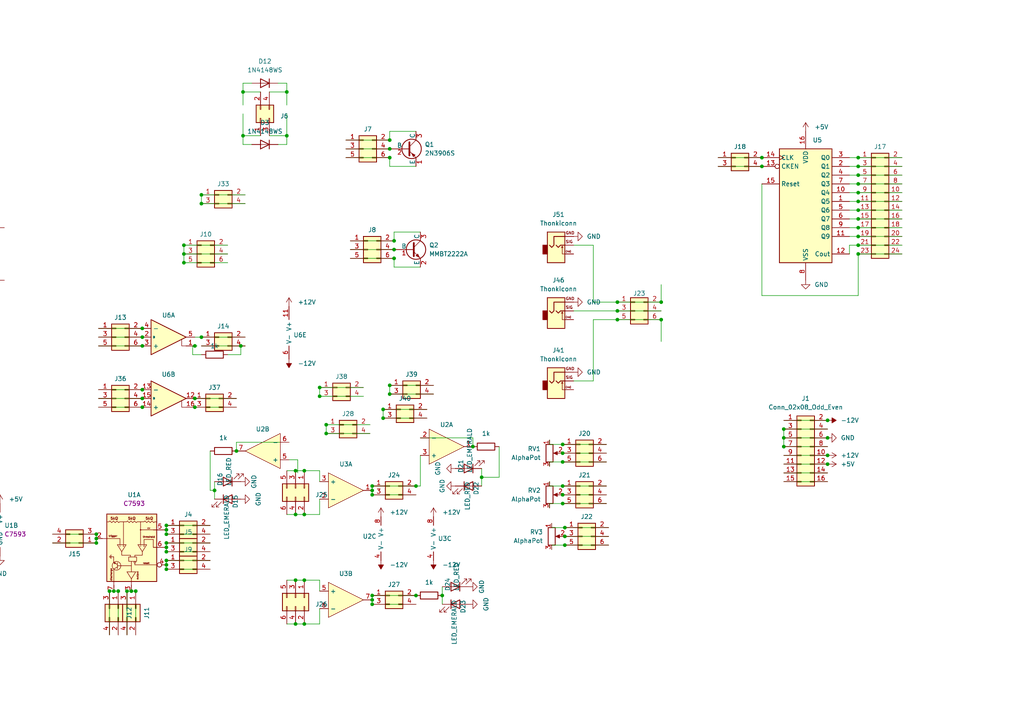
<source format=kicad_sch>
(kicad_sch (version 20230121) (generator eeschema)
  (paper "A4")
  (lib_symbols
    (symbol "Connector_Generic:Conn_02x08_Odd_Even" (pin_names (offset 1.016) hide)
      (property "Reference" "J" (at 1.27 10.16 0))
      (property "Value" "Conn_02x08_Odd_Even" (at 1.27 -12.7 0))
      (symbol "Conn_02x08_Odd_Even_1_1"
        (pin passive line (at -5.08 7.62 0) (length 3.81) (name "Pin_1") (number "1"))
        (pin passive line (at 7.62 -2.54 180) (length 3.81) (name "Pin_10") (number "10"))
        (pin passive line (at -5.08 -5.08 0) (length 3.81) (name "Pin_11") (number "11"))
        (pin passive line (at 7.62 -5.08 180) (length 3.81) (name "Pin_12") (number "12"))
        (pin passive line (at -5.08 -7.62 0) (length 3.81) (name "Pin_13") (number "13"))
        (pin passive line (at 7.62 -7.62 180) (length 3.81) (name "Pin_14") (number "14"))
        (pin passive line (at -5.08 -10.16 0) (length 3.81) (name "Pin_15") (number "15"))
        (pin passive line (at 7.62 -10.16 180) (length 3.81) (name "Pin_16") (number "16"))
        (pin passive line (at 7.62 7.62 180) (length 3.81) (name "Pin_2") (number "2"))
        (pin passive line (at -5.08 5.08 0) (length 3.81) (name "Pin_3") (number "3"))
        (pin passive line (at 7.62 5.08 180) (length 3.81) (name "Pin_4") (number "4"))
        (pin passive line (at -5.08 2.54 0) (length 3.81) (name "Pin_5") (number "5"))
        (pin passive line (at 7.62 2.54 180) (length 3.81) (name "Pin_6") (number "6"))
        (pin passive line (at -5.08 0 0) (length 3.81) (name "Pin_7") (number "7"))
        (pin passive line (at 7.62 0 180) (length 3.81) (name "Pin_8") (number "8"))
        (pin passive line (at -5.08 -2.54 0) (length 3.81) (name "Pin_9") (number "9"))
      )
    )
    (symbol "EuroRackTools:1N4148WS" (pin_numbers hide) (pin_names (offset 1.016) hide)
      (property "Reference" "D" (at 0 2.54 0))
      (property "Value" "1N4148WS" (at 0 -2.54 0))
      (symbol "1N4148WS_1_1"
        (pin passive line (at -3.81 0 0) (length 2.54) (name "K") (number "1"))
        (pin passive line (at 3.81 0 180) (length 2.54) (name "A") (number "2"))
      )
    )
    (symbol "EuroRackTools:1k" (pin_numbers hide) (pin_names (offset 0))
      (property "Value" "1k" (at -1.27 1.27 0))
      (symbol "1k_1_1"
        (pin passive line (at -5.08 1.27 0) (length 1.27) (name "~") (number "1"))
        (pin passive line (at 2.54 1.27 180) (length 1.27) (name "~") (number "2"))
      )
    )
    (symbol "EuroRackTools:2N3906S" (pin_names (offset 0))
      (property "Reference" "Q" (at 5.08 1.27 0))
      (property "Value" "2N3906S" (at 5.08 -1.27 0))
      (symbol "2N3906S_1_1"
        (pin passive line (at 2.54 -5.08 90) (length 2.54) (name "E") (number "1"))
        (pin input line (at -5.08 0 0) (length 5.715) (name "B") (number "2"))
        (pin passive line (at 2.54 5.08 270) (length 2.54) (name "C") (number "3"))
      )
    )
    (symbol "EuroRackTools:4017bm"
      (property "Reference" "U" (at 0 1.27 0))
      (symbol "4017bm_1_0"
        (pin output line (at 12.7 2.54 180) (length 5.08) (name "Q5") (number "1"))
        (pin output line (at 12.7 5.08 180) (length 5.08) (name "Q4") (number "10"))
        (pin output line (at 12.7 -7.62 180) (length 5.08) (name "Q9") (number "11"))
        (pin output line (at 12.7 -12.7 180) (length 5.08) (name "Cout") (number "12"))
        (pin input inverted (at -12.7 12.7 0) (length 5.08) (name "CKEN") (number "13"))
        (pin input clock (at -12.7 15.24 0) (length 5.08) (name "CLK") (number "14"))
        (pin input line (at -12.7 7.62 0) (length 5.08) (name "Reset") (number "15"))
        (pin power_in line (at 0 22.86 270) (length 5.08) (name "VDD") (number "16"))
        (pin output line (at 12.7 12.7 180) (length 5.08) (name "Q1") (number "2"))
        (pin output line (at 12.7 15.24 180) (length 5.08) (name "Q0") (number "3"))
        (pin output line (at 12.7 10.16 180) (length 5.08) (name "Q2") (number "4"))
        (pin output line (at 12.7 0 180) (length 5.08) (name "Q6") (number "5"))
        (pin output line (at 12.7 -2.54 180) (length 5.08) (name "Q7") (number "6"))
        (pin output line (at 12.7 7.62 180) (length 5.08) (name "Q3") (number "7"))
        (pin power_in line (at 0 -20.32 90) (length 5.08) (name "VSS") (number "8"))
        (pin output line (at 12.7 -5.08 180) (length 5.08) (name "Q8") (number "9"))
      )
    )
    (symbol "EuroRackTools:AlphaPot" (pin_names (offset 1.016) hide)
      (property "Reference" "RV" (at -4.445 0 90))
      (property "Value" "AlphaPot" (at -2.54 0 90))
      (symbol "AlphaPot_1_1"
        (pin passive line (at 0 3.81 270) (length 1.27) (name "1") (number "1"))
        (pin passive line (at 3.81 0 180) (length 1.27) (name "2") (number "2"))
        (pin passive line (at 0 -3.81 90) (length 1.27) (name "3") (number "3"))
      )
    )
    (symbol "EuroRackTools:LED_BLUE" (pin_numbers hide) (pin_names (offset 1.016) hide)
      (property "Reference" "D" (at 0 -2.54 0))
      (property "Value" "LED_BLUE" (at 0 3.81 0))
      (symbol "LED_BLUE_1_1"
        (pin passive line (at 3.81 0 180) (length 2.54) (name "K") (number "1"))
        (pin passive line (at -3.81 0 0) (length 2.54) (name "A") (number "2"))
      )
    )
    (symbol "EuroRackTools:MMBT2222A" (pin_names (offset 0))
      (property "Reference" "Q" (at 5.08 1.27 0))
      (property "Value" "MMBT2222A" (at 12.7 -2.032 0))
      (symbol "MMBT2222A_1_1"
        (pin input line (at -5.08 0 0) (length 5.715) (name "B") (number "1"))
        (pin passive line (at 2.54 -5.08 90) (length 2.54) (name "E") (number "2"))
        (pin passive line (at 2.54 5.08 270) (length 2.54) (name "C") (number "3"))
      )
    )
    (symbol "EuroRackTools:NE555DR"
      (property "Reference" "U" (at 2.54 3.556 0))
      (property "LCSC" "C7593" (at 0 0 0))
      (symbol "NE555DR_1_0"
        (text "5kΩ" (at -2.413 8.382 0) (effects (font (size 0.75 0.75))))
        (text "5kΩ" (at 2.667 8.382 0) (effects (font (size 0.75 0.75))))
        (text "5kΩ" (at 7.747 8.382 0) (effects (font (size 0.75 0.75))))
        (text "cv" (at 7.62 5.588 0) (effects (font (size 0.5 0.5))))
        (text "discharge" (at -3.302 -7.874 900) (effects (font (size 0.5 0.5))))
        (text "output" (at 4.318 -8.128 900) (effects (font (size 0.5 0.5))))
        (text "reset" (at 6.858 -4.572 0) (effects (font (size 0.5 0.5))))
        (text "threshold" (at 7.62 3.048 0) (effects (font (size 0.5 0.5))))
        (text "trigger" (at -2.794 3.302 0) (effects (font (size 0.5 0.5))))
      )
      (symbol "NE555DR_1_1"
        (pin input line (at -7.62 2.54 0) (length 1.75) (name "") (number "2"))
        (pin output line (at 2.54 -12.7 90) (length 1.75) (name "") (number "3"))
        (pin input inverted (at 12.7 -5.08 180) (length 2.65) (name "") (number "4"))
        (pin input line (at 12.7 5.08 180) (length 3.81) (name "") (number "5"))
        (pin input line (at 12.7 0 180) (length 3.81) (name "") (number "6"))
        (pin input line (at -2.54 -12.7 90) (length 1.75) (name "") (number "7"))
      )
      (symbol "NE555DR_2_0"
        (pin power_in line (at 0 -5.08 90) (length 2.54) (name "GND") (number "1"))
        (pin power_in line (at 0 10.16 270) (length 2.54) (name "V+") (number "8"))
      )
    )
    (symbol "EuroRackTools:TL072"
      (property "Reference" "U" (at -1.27 0 0))
      (symbol "TL072_1_1"
        (pin output line (at 7.62 0 180) (length 2.54) (name "") (number "1"))
        (pin input line (at -7.62 -2.54 0) (length 2.54) (name "-") (number "2"))
        (pin input line (at -7.62 2.54 0) (length 2.54) (name "+") (number "3"))
      )
      (symbol "TL072_2_1"
        (pin input line (at -7.62 2.54 0) (length 2.54) (name "+") (number "5"))
        (pin input line (at -7.62 -2.54 0) (length 2.54) (name "-") (number "6"))
        (pin output line (at 7.62 0 180) (length 2.54) (name "") (number "7"))
      )
      (symbol "TL072_3_0"
        (pin power_in line (at -2.54 -6.35 90) (length 2.54) (name "V-") (number "4"))
        (pin power_in line (at -2.54 6.35 270) (length 2.54) (name "V+") (number "8"))
      )
    )
    (symbol "EuroRackTools:Thonkiconn" (pin_numbers hide)
      (property "Reference" "J" (at -1.27 -3.048 0))
      (property "Value" "Thonkiconn" (at 0 6.35 0))
      (symbol "Thonkiconn_0_0"
        (text "(no)" (at 3.556 -1.778 0) (effects (font (size 0.5 0.5))))
        (text "GND" (at 4.064 3.556 0) (effects (font (size 0.8 0.8))))
        (text "SIG" (at 3.81 1.016 0) (effects (font (size 0.8 0.8))))
      )
      (symbol "Thonkiconn_1_1"
        (pin passive line (at 5.08 2.54 180) (length 2.54) (name "~") (number "S"))
        (pin passive line (at 5.08 0 180) (length 2.54) (name "~") (number "T"))
        (pin passive line (at 5.08 -2.54 180) (length 2.54) (name "~") (number "TN"))
      )
    )
    (symbol "PCM_EuroRackTools:02x02" (pin_names (offset 1.016) hide)
      (property "Reference" "J" (at 1.27 2.54 0))
      (symbol "02x02_1_1"
        (pin passive line (at -5.08 0 0) (length 3.81) (name "Pin_1") (number "1"))
        (pin passive line (at 7.62 0 180) (length 3.81) (name "Pin_2") (number "2"))
        (pin passive line (at -5.08 -2.54 0) (length 3.81) (name "Pin_3") (number "3"))
        (pin passive line (at 7.62 -2.54 180) (length 3.81) (name "Pin_4") (number "4"))
      )
    )
    (symbol "PCM_EuroRackTools:02x03" (pin_names (offset 1.016) hide)
      (property "Reference" "J" (at 1.27 5.08 0))
      (symbol "02x03_1_1"
        (pin passive line (at -5.08 2.54 0) (length 3.81) (name "Pin_1") (number "1"))
        (pin passive line (at 7.62 2.54 180) (length 3.81) (name "Pin_2") (number "2"))
        (pin passive line (at -5.08 0 0) (length 3.81) (name "Pin_3") (number "3"))
        (pin passive line (at 7.62 0 180) (length 3.81) (name "Pin_4") (number "4"))
        (pin passive line (at -5.08 -2.54 0) (length 3.81) (name "Pin_5") (number "5"))
        (pin passive line (at 7.62 -2.54 180) (length 3.81) (name "Pin_6") (number "6"))
      )
    )
    (symbol "PCM_EuroRackTools:02x05" (pin_names (offset 1.016) hide)
      (property "Reference" "J" (at 1.27 7.62 0))
      (symbol "02x05_1_1"
        (pin passive line (at -5.08 5.08 0) (length 3.81) (name "Pin_1") (number "1"))
        (pin passive line (at 7.62 -5.08 180) (length 3.81) (name "Pin_10") (number "10"))
        (pin passive line (at 7.62 5.08 180) (length 3.81) (name "Pin_2") (number "2"))
        (pin passive line (at -5.08 2.54 0) (length 3.81) (name "Pin_3") (number "3"))
        (pin passive line (at 7.62 2.54 180) (length 3.81) (name "Pin_4") (number "4"))
        (pin passive line (at -5.08 0 0) (length 3.81) (name "Pin_5") (number "5"))
        (pin passive line (at 7.62 0 180) (length 3.81) (name "Pin_6") (number "6"))
        (pin passive line (at -5.08 -2.54 0) (length 3.81) (name "Pin_7") (number "7"))
        (pin passive line (at 7.62 -2.54 180) (length 3.81) (name "Pin_8") (number "8"))
        (pin passive line (at -5.08 -5.08 0) (length 3.81) (name "Pin_9") (number "9"))
      )
    )
    (symbol "PCM_EuroRackTools:02x12" (pin_names (offset 1.016) hide)
      (property "Reference" "J" (at 1.27 15.24 0))
      (symbol "02x12_1_1"
        (pin passive line (at -5.08 12.7 0) (length 3.81) (name "Pin_1") (number "1"))
        (pin passive line (at 7.62 2.54 180) (length 3.81) (name "Pin_10") (number "10"))
        (pin passive line (at -5.08 0 0) (length 3.81) (name "Pin_11") (number "11"))
        (pin passive line (at 7.62 0 180) (length 3.81) (name "Pin_12") (number "12"))
        (pin passive line (at -5.08 -2.54 0) (length 3.81) (name "Pin_13") (number "13"))
        (pin passive line (at 7.62 -2.54 180) (length 3.81) (name "Pin_14") (number "14"))
        (pin passive line (at -5.08 -5.08 0) (length 3.81) (name "Pin_15") (number "15"))
        (pin passive line (at 7.62 -5.08 180) (length 3.81) (name "Pin_16") (number "16"))
        (pin passive line (at -5.08 -7.62 0) (length 3.81) (name "Pin_17") (number "17"))
        (pin passive line (at 7.62 -7.62 180) (length 3.81) (name "Pin_18") (number "18"))
        (pin passive line (at -5.08 -10.16 0) (length 3.81) (name "Pin_19") (number "19"))
        (pin passive line (at 7.62 12.7 180) (length 3.81) (name "Pin_2") (number "2"))
        (pin passive line (at 7.62 -10.16 180) (length 3.81) (name "Pin_20") (number "20"))
        (pin passive line (at -5.08 -12.7 0) (length 3.81) (name "Pin_21") (number "21"))
        (pin passive line (at 7.62 -12.7 180) (length 3.81) (name "Pin_22") (number "22"))
        (pin passive line (at -5.08 -15.24 0) (length 3.81) (name "Pin_23") (number "23"))
        (pin passive line (at 7.62 -15.24 180) (length 3.81) (name "Pin_24") (number "24"))
        (pin passive line (at -5.08 10.16 0) (length 3.81) (name "Pin_3") (number "3"))
        (pin passive line (at 7.62 10.16 180) (length 3.81) (name "Pin_4") (number "4"))
        (pin passive line (at -5.08 7.62 0) (length 3.81) (name "Pin_5") (number "5"))
        (pin passive line (at 7.62 7.62 180) (length 3.81) (name "Pin_6") (number "6"))
        (pin passive line (at -5.08 5.08 0) (length 3.81) (name "Pin_7") (number "7"))
        (pin passive line (at 7.62 5.08 180) (length 3.81) (name "Pin_8") (number "8"))
        (pin passive line (at -5.08 2.54 0) (length 3.81) (name "Pin_9") (number "9"))
      )
    )
    (symbol "PCM_EuroRackTools:1k" (pin_numbers hide) (pin_names (offset 0))
      (property "Value" "1k" (at -1.27 1.27 0))
      (symbol "1k_1_1"
        (pin passive line (at -5.08 1.27 0) (length 1.27) (name "~") (number "1"))
        (pin passive line (at 2.54 1.27 180) (length 1.27) (name "~") (number "2"))
      )
    )
    (symbol "PCM_EuroRackTools:LED_EMERALD" (pin_numbers hide) (pin_names (offset 1.016) hide)
      (property "Reference" "D" (at 0 -2.54 0))
      (property "Value" "LED_EMERALD" (at 0 3.81 0))
      (symbol "LED_EMERALD_1_1"
        (pin passive line (at 3.81 0 180) (length 2.54) (name "K") (number "1"))
        (pin passive line (at -3.81 0 0) (length 2.54) (name "A") (number "2"))
      )
    )
    (symbol "PCM_EuroRackTools:LED_RED" (pin_numbers hide) (pin_names (offset 1.016) hide)
      (property "Reference" "D" (at 0 -2.54 0))
      (property "Value" "LED_RED" (at 0 3.81 0))
      (symbol "LED_RED_1_1"
        (pin passive line (at 3.81 0 180) (length 2.54) (name "K") (number "1"))
        (pin passive line (at -3.81 0 0) (length 2.54) (name "A") (number "2"))
      )
    )
    (symbol "PCM_EuroRackTools:TL072"
      (property "Reference" "U" (at -1.27 0 0))
      (symbol "TL072_1_1"
        (pin output line (at 7.62 0 180) (length 2.54) (name "") (number "1"))
        (pin input line (at -7.62 -2.54 0) (length 2.54) (name "-") (number "2"))
        (pin input line (at -7.62 2.54 0) (length 2.54) (name "+") (number "3"))
      )
      (symbol "TL072_2_1"
        (pin input line (at -7.62 2.54 0) (length 2.54) (name "+") (number "5"))
        (pin input line (at -7.62 -2.54 0) (length 2.54) (name "-") (number "6"))
        (pin output line (at 7.62 0 180) (length 2.54) (name "") (number "7"))
      )
      (symbol "TL072_3_0"
        (pin power_in line (at -2.54 -6.35 90) (length 2.54) (name "V-") (number "4"))
        (pin power_in line (at -2.54 6.35 270) (length 2.54) (name "V+") (number "8"))
      )
    )
    (symbol "PCM_EuroRackTools:XL13700"
      (property "Reference" "U" (at -1.27 0 0))
      (symbol "XL13700_1_1"
        (pin input line (at 7.62 -2.54 180) (length 2.54) (name "~") (number "1"))
        (pin input line (at -7.62 0 0) (length 2.54) (name "D") (number "2"))
        (pin input line (at -7.62 -2.54 0) (length 2.54) (name "+") (number "3"))
        (pin input line (at -7.62 2.54 0) (length 2.54) (name "-") (number "4"))
        (pin output line (at 7.62 0 180) (length 2.54) (name "~") (number "5"))
      )
      (symbol "XL13700_2_1"
        (pin output line (at 7.62 0 180) (length 2.54) (name "~") (number "12"))
        (pin input line (at -7.62 2.54 0) (length 2.54) (name "-") (number "13"))
        (pin input line (at -7.62 -2.54 0) (length 2.54) (name "+") (number "14"))
        (pin input line (at -7.62 0 0) (length 2.54) (name "D") (number "15"))
        (pin input line (at 7.62 -2.54 180) (length 2.54) (name "~") (number "16"))
      )
      (symbol "XL13700_3_1"
        (text "V+" (at -2.54 3.81 0) (effects (font (size 1.27 1.27))))
        (pin input line (at -7.62 0 0) (length 3.81) (name "~") (number "7"))
        (pin output line (at 2.54 -2.54 180) (length 3.81) (name "~") (number "8"))
      )
      (symbol "XL13700_4_1"
        (text "V+" (at -2.54 3.81 0) (effects (font (size 1.27 1.27))))
        (pin input line (at -7.62 0 0) (length 3.81) (name "~") (number "10"))
        (pin output line (at 2.54 -2.54 180) (length 3.81) (name "~") (number "9"))
      )
      (symbol "XL13700_5_1"
        (pin power_in line (at -2.54 7.62 270) (length 3.81) (name "V+") (number "11"))
        (pin power_in line (at -2.54 -7.62 90) (length 3.81) (name "V-") (number "6"))
      )
    )
    (symbol "power:+12V" (power) (pin_names (offset 0))
      (property "Value" "+12V" (at 0 3.556 0))
      (symbol "+12V_1_1"
        (pin power_in line (at 0 0 90) (length 0) hide (name "+12V") (number "1"))
      )
    )
    (symbol "power:+5V" (power) (pin_names (offset 0))
      (property "Value" "+5V" (at 0 3.556 0))
      (symbol "+5V_1_1"
        (pin power_in line (at 0 0 90) (length 0) hide (name "+5V") (number "1"))
      )
    )
    (symbol "power:-12V" (power) (pin_names (offset 0))
      (property "Value" "-12V" (at 0 3.81 0))
      (symbol "-12V_0_0"
        (pin power_in line (at 0 0 90) (length 0) hide (name "-12V") (number "1"))
      )
    )
    (symbol "power:GND" (power) (pin_names (offset 0))
      (property "Value" "GND" (at 0 -3.81 0))
      (symbol "GND_1_1"
        (pin power_in line (at 0 0 270) (length 0) hide (name "GND") (number "1"))
      )
    )
  )
  (junction (at 36.83 171.45))
  (junction (at 163.195 140.97))
  (junction (at 163.195 128.905))
  (junction (at 41.275 115.57))
  (junction (at 240.03 134.62))
  (junction (at 111.125 121.285))
  (junction (at 48.26 165.1))
  (junction (at 347.345 133.35))
  (junction (at 56.515 100.33))
  (junction (at 70.485 39.37))
  (junction (at 89.535 231.775))
  (junction (at 89.535 219.075))
  (junction (at 86.995 219.075))
  (junction (at 163.83 158.115))
  (junction (at 34.29 171.45))
  (junction (at 191.77 92.71))
  (junction (at 248.92 66.04))
  (junction (at 325.755 111.76))
  (junction (at 53.34 76.2))
  (junction (at 111.125 118.745))
  (junction (at 53.34 73.66))
  (junction (at 88.265 180.975))
  (junction (at 347.345 138.43))
  (junction (at 27.94 156.21))
  (junction (at 347.345 128.27))
  (junction (at 56.515 115.57))
  (junction (at 347.345 130.81))
  (junction (at 248.92 53.34))
  (junction (at 41.275 100.33))
  (junction (at 121.92 223.52))
  (junction (at 48.26 153.67))
  (junction (at 338.455 111.76))
  (junction (at 58.42 97.79))
  (junction (at 92.71 114.935))
  (junction (at 83.185 39.37))
  (junction (at 227.33 124.46))
  (junction (at 94.615 125.73))
  (junction (at 27.94 154.94))
  (junction (at 347.345 135.89))
  (junction (at 120.65 140.97))
  (junction (at 248.92 60.96))
  (junction (at 94.615 123.19))
  (junction (at 33.02 171.45))
  (junction (at 227.33 129.54))
  (junction (at 113.03 40.64))
  (junction (at 69.85 100.33))
  (junction (at 179.07 87.63))
  (junction (at 248.92 45.72))
  (junction (at 109.22 223.52))
  (junction (at 113.03 45.72))
  (junction (at 85.725 136.525))
  (junction (at 83.185 26.67))
  (junction (at 163.83 153.035))
  (junction (at 109.22 226.06))
  (junction (at 113.03 43.18))
  (junction (at 38.1 171.45))
  (junction (at 85.725 180.975))
  (junction (at 58.42 56.515))
  (junction (at 109.22 255.27))
  (junction (at 338.455 114.3))
  (junction (at 191.77 87.63))
  (junction (at 120.65 172.72))
  (junction (at 62.23 142.24))
  (junction (at 41.275 118.11))
  (junction (at 70.485 26.67))
  (junction (at 114.3 72.39))
  (junction (at 27.94 157.48))
  (junction (at 85.725 168.275))
  (junction (at 107.95 143.51))
  (junction (at 334.645 133.35))
  (junction (at 48.26 162.56))
  (junction (at 48.26 160.02))
  (junction (at 107.95 172.72))
  (junction (at 107.95 142.24))
  (junction (at 248.92 58.42))
  (junction (at 113.03 114.3))
  (junction (at 48.26 158.75))
  (junction (at 58.42 59.055))
  (junction (at 139.7 138.43))
  (junction (at 31.75 171.45))
  (junction (at 248.92 71.12))
  (junction (at 220.98 45.72))
  (junction (at 113.03 111.76))
  (junction (at 240.03 121.92))
  (junction (at 338.455 109.22))
  (junction (at 179.07 90.17))
  (junction (at 53.34 71.12))
  (junction (at 92.71 112.395))
  (junction (at 109.22 257.81))
  (junction (at 163.195 133.985))
  (junction (at 248.92 63.5))
  (junction (at 325.755 109.22))
  (junction (at 107.95 173.99))
  (junction (at 240.03 127))
  (junction (at 48.26 154.94))
  (junction (at 248.92 48.26))
  (junction (at 109.22 256.54))
  (junction (at 163.195 146.05))
  (junction (at 88.265 168.275))
  (junction (at 338.455 116.84))
  (junction (at 86.995 250.825))
  (junction (at 179.07 92.71))
  (junction (at 248.92 55.88))
  (junction (at 163.195 131.445))
  (junction (at 86.995 231.775))
  (junction (at 227.33 127))
  (junction (at 240.03 132.08))
  (junction (at 334.645 130.81))
  (junction (at 163.83 155.575))
  (junction (at 41.275 113.03))
  (junction (at 56.515 118.11))
  (junction (at 248.92 50.8))
  (junction (at 48.26 152.4))
  (junction (at 137.16 129.54))
  (junction (at 41.275 97.79))
  (junction (at 39.37 171.45))
  (junction (at 109.22 224.79))
  (junction (at 163.195 143.51))
  (junction (at -29.21 109.22))
  (junction (at 107.95 140.97))
  (junction (at 114.3 69.85))
  (junction (at 89.535 250.825))
  (junction (at 248.92 73.66))
  (junction (at 41.275 95.25))
  (junction (at 88.265 149.225))
  (junction (at 114.3 74.93))
  (junction (at 48.26 163.83))
  (junction (at 107.95 175.26))
  (junction (at 128.27 172.72))
  (junction (at 48.26 157.48))
  (junction (at 220.98 48.26))
  (junction (at 68.58 130.81))
  (junction (at 85.725 149.225))
  (junction (at 89.535 263.525))
  (junction (at 88.265 136.525))
  (junction (at 86.995 263.525))
  (junction (at 338.455 106.68))
  (junction (at 248.92 68.58))
  (wire (pts (xy 139.7 140.97) (xy 139.7 138.43)))
  (wire (pts (xy -36.83 79.375) (xy -36.83 80.01)))
  (wire (pts (xy 107.95 142.24) (xy 107.95 143.51)))
  (wire (pts (xy 28.575 118.11) (xy 41.275 118.11)))
  (wire (pts (xy 27.94 156.21) (xy 27.94 154.94)))
  (wire (pts (xy 172.085 92.71) (xy 172.085 110.49)))
  (wire (pts (xy 248.92 63.5) (xy 246.38 63.5)))
  (wire (pts (xy 28.575 100.33) (xy 41.275 100.33)))
  (wire (pts (xy -36.195 50.8) (xy -64.135 50.8)))
  (wire (pts (xy 109.22 256.54) (xy 109.22 257.81)))
  (wire (pts (xy 70.485 39.37) (xy 70.485 41.91)))
  (wire (pts (xy 70.485 41.91) (xy 73.025 41.91)))
  (wire (pts (xy 334.645 128.27) (xy 347.345 128.27)))
  (wire (pts (xy 83.185 168.275) (xy 85.725 168.275)))
  (wire (pts (xy 93.98 250.825) (xy 93.98 254)))
  (wire (pts (xy 85.725 168.275) (xy 88.265 168.275)))
  (wire (pts (xy 159.385 133.985) (xy 159.385 135.255)))
  (wire (pts (xy 88.265 168.275) (xy 92.71 168.275)))
  (wire (pts (xy 347.345 130.81) (xy 347.345 133.35)))
  (wire (pts (xy 86.36 133.35) (xy 83.82 133.35)))
  (wire (pts (xy 109.22 255.27) (xy 121.92 255.27)))
  (wire (pts (xy 92.71 149.225) (xy 92.71 144.78)))
  (wire (pts (xy 160.02 153.035) (xy 160.02 151.765)))
  (wire (pts (xy 38.1 171.45) (xy 36.83 171.45)))
  (wire (pts (xy 248.92 48.26) (xy 261.62 48.26)))
  (wire (pts (xy 179.07 92.71) (xy 172.085 92.71)))
  (wire (pts (xy 28.575 113.03) (xy 41.275 113.03)))
  (wire (pts (xy 85.725 136.525) (xy 88.265 136.525)))
  (wire (pts (xy 338.455 109.22) (xy 338.455 111.76)))
  (wire (pts (xy 36.83 171.45) (xy 36.83 184.15)))
  (wire (pts (xy 84.455 263.525) (xy 86.995 263.525)))
  (wire (pts (xy 107.95 173.99) (xy 107.95 175.26)))
  (wire (pts (xy 92.71 168.275) (xy 92.71 171.45)))
  (wire (pts (xy 159.385 140.97) (xy 159.385 139.7)))
  (wire (pts (xy 114.3 77.47) (xy 121.92 77.47)))
  (wire (pts (xy 227.33 134.62) (xy 240.03 134.62)))
  (wire (pts (xy 53.34 73.66) (xy 53.34 76.2)))
  (wire (pts (xy 89.535 219.075) (xy 93.98 219.075)))
  (wire (pts (xy 163.83 155.575) (xy 176.53 155.575)))
  (wire (pts (xy 86.995 231.775) (xy 89.535 231.775)))
  (wire (pts (xy 85.725 180.975) (xy 88.265 180.975)))
  (wire (pts (xy 163.195 128.905) (xy 159.385 128.905)))
  (wire (pts (xy 109.22 226.06) (xy 121.92 226.06)))
  (wire (pts (xy 60.96 130.81) (xy 60.96 142.24)))
  (wire (pts (xy 121.92 140.97) (xy 120.65 140.97)))
  (wire (pts (xy 48.26 152.4) (xy 60.96 152.4)))
  (wire (pts (xy 248.92 66.04) (xy 246.38 66.04)))
  (wire (pts (xy 70.485 39.37) (xy 75.565 39.37)))
  (wire (pts (xy 166.37 110.49) (xy 172.085 110.49)))
  (wire (pts (xy 111.125 121.285) (xy 123.825 121.285)))
  (wire (pts (xy 160.02 158.115) (xy 160.02 159.385)))
  (wire (pts (xy 107.95 172.72) (xy 107.95 173.99)))
  (wire (pts (xy 80.645 41.91) (xy 83.185 41.91)))
  (wire (pts (xy 175.895 128.905) (xy 163.195 128.905)))
  (wire (pts (xy 163.195 140.97) (xy 159.385 140.97)))
  (wire (pts (xy 121.92 223.52) (xy 122.555 223.52)))
  (wire (pts (xy 28.575 95.25) (xy 41.275 95.25)))
  (wire (pts (xy 191.77 82.55) (xy 191.77 87.63)))
  (wire (pts (xy 48.26 160.02) (xy 60.96 160.02)))
  (wire (pts (xy -36.195 53.34) (xy -36.195 53.975)))
  (wire (pts (xy 86.995 219.075) (xy 89.535 219.075)))
  (wire (pts (xy 83.185 26.67) (xy 83.185 30.48)))
  (wire (pts (xy 48.26 153.67) (xy 48.26 154.94)))
  (wire (pts (xy 246.38 71.12) (xy 248.92 71.12)))
  (wire (pts (xy 248.92 68.58) (xy 261.62 68.58)))
  (wire (pts (xy 248.92 45.72) (xy 261.62 45.72)))
  (wire (pts (xy 113.03 114.3) (xy 125.73 114.3)))
  (wire (pts (xy 48.26 154.94) (xy 60.96 154.94)))
  (wire (pts (xy 60.96 142.24) (xy 62.23 142.24)))
  (wire (pts (xy 93.98 263.525) (xy 93.98 259.08)))
  (wire (pts (xy 123.825 118.745) (xy 111.125 118.745)))
  (wire (pts (xy 107.95 140.97) (xy 107.95 142.24)))
  (wire (pts (xy 163.83 158.115) (xy 160.02 158.115)))
  (wire (pts (xy 113.03 40.64) (xy 113.03 38.1)))
  (wire (pts (xy 88.265 149.225) (xy 92.71 149.225)))
  (wire (pts (xy 57.15 100.33) (xy 56.515 100.33)))
  (wire (pts (xy 80.645 24.13) (xy 83.185 24.13)))
  (wire (pts (xy 325.755 114.3) (xy 338.455 114.3)))
  (wire (pts (xy 58.42 59.055) (xy 71.12 59.055)))
  (wire (pts (xy 248.92 85.725) (xy 248.92 73.66)))
  (wire (pts (xy 92.71 112.395) (xy 92.71 114.935)))
  (wire (pts (xy 55.88 118.11) (xy 56.515 118.11)))
  (wire (pts (xy 53.34 73.66) (xy 66.04 73.66)))
  (wire (pts (xy 58.42 56.515) (xy 58.42 59.055)))
  (wire (pts (xy 85.725 149.225) (xy 88.265 149.225)))
  (wire (pts (xy 71.12 100.33) (xy 69.85 100.33)))
  (wire (pts (xy 325.755 111.76) (xy 338.455 111.76)))
  (wire (pts (xy 31.75 171.45) (xy 31.75 184.15)))
  (wire (pts (xy 89.535 250.825) (xy 93.98 250.825)))
  (wire (pts (xy 68.58 128.27) (xy 68.58 130.81)))
  (wire (pts (xy 163.195 143.51) (xy 175.895 143.51)))
  (wire (pts (xy 107.95 140.97) (xy 120.65 140.97)))
  (wire (pts (xy 179.07 90.17) (xy 191.77 90.17)))
  (wire (pts (xy -36.195 60.96) (xy -64.135 60.96)))
  (wire (pts (xy 227.33 124.46) (xy 227.33 127)))
  (wire (pts (xy 48.26 163.83) (xy 48.26 165.1)))
  (wire (pts (xy 56.515 118.11) (xy 68.58 118.11)))
  (wire (pts (xy 179.07 87.63) (xy 172.085 87.63)))
  (wire (pts (xy 55.88 102.87) (xy 58.42 102.87)))
  (wire (pts (xy 39.37 171.45) (xy 38.1 171.45)))
  (wire (pts (xy 53.34 71.12) (xy 66.04 71.12)))
  (wire (pts (xy -64.77 81.915) (xy -64.77 82.55)))
  (wire (pts (xy 70.485 33.02) (xy 70.485 39.37)))
  (wire (pts (xy 39.37 171.45) (xy 39.37 184.15)))
  (wire (pts (xy 227.33 129.54) (xy 240.03 129.54)))
  (wire (pts (xy 220.98 53.34) (xy 220.98 85.725)))
  (wire (pts (xy 107.95 175.26) (xy 120.65 175.26)))
  (wire (pts (xy 15.24 157.48) (xy 27.94 157.48)))
  (wire (pts (xy -36.83 77.47) (xy -36.83 76.835)))
  (wire (pts (xy 208.28 45.72) (xy 220.98 45.72)))
  (wire (pts (xy 114.3 67.31) (xy 121.92 67.31)))
  (wire (pts (xy 55.88 115.57) (xy 56.515 115.57)))
  (wire (pts (xy 100.33 40.64) (xy 113.03 40.64)))
  (wire (pts (xy 33.02 171.45) (xy 31.75 171.45)))
  (wire (pts (xy 86.995 263.525) (xy 89.535 263.525)))
  (wire (pts (xy 83.185 24.13) (xy 83.185 26.67)))
  (wire (pts (xy 334.645 135.89) (xy 347.345 135.89)))
  (wire (pts (xy 48.26 165.1) (xy 60.96 165.1)))
  (wire (pts (xy 227.33 124.46) (xy 240.03 124.46)))
  (wire (pts (xy -36.195 51.435) (xy -36.195 50.8)))
  (wire (pts (xy 109.22 223.52) (xy 121.92 223.52)))
  (wire (pts (xy 248.92 63.5) (xy 261.62 63.5)))
  (wire (pts (xy 246.38 73.66) (xy 246.38 71.12)))
  (wire (pts (xy 83.185 149.225) (xy 85.725 149.225)))
  (wire (pts (xy 227.33 121.92) (xy 240.03 121.92)))
  (wire (pts (xy -64.135 58.42) (xy -36.195 58.42)))
  (wire (pts (xy 86.995 250.825) (xy 89.535 250.825)))
  (wire (pts (xy 101.6 74.93) (xy 114.3 74.93)))
  (wire (pts (xy -64.135 55.88) (xy -64.135 56.515)))
  (wire (pts (xy -64.77 76.835) (xy -64.77 77.47)))
  (wire (pts (xy 78.105 26.67) (xy 83.185 26.67)))
  (wire (pts (xy 109.22 257.81) (xy 121.92 257.81)))
  (wire (pts (xy 53.34 71.12) (xy 53.34 73.66)))
  (wire (pts (xy 128.27 170.18) (xy 128.27 172.72)))
  (wire (pts (xy -36.83 82.55) (xy -36.83 81.915)))
  (wire (pts (xy 125.73 111.76) (xy 113.03 111.76)))
  (wire (pts (xy 48.26 157.48) (xy 48.26 158.75)))
  (wire (pts (xy 48.26 162.56) (xy 48.26 163.83)))
  (wire (pts (xy 111.125 118.745) (xy 111.125 121.285)))
  (wire (pts (xy 191.77 87.63) (xy 179.07 87.63)))
  (wire (pts (xy 105.41 112.395) (xy 92.71 112.395)))
  (wire (pts (xy 248.92 58.42) (xy 261.62 58.42)))
  (wire (pts (xy 325.755 109.22) (xy 325.755 111.76)))
  (wire (pts (xy 113.03 45.72) (xy 113.03 48.26)))
  (wire (pts (xy 114.3 69.85) (xy 114.3 67.31)))
  (wire (pts (xy 83.185 180.975) (xy 85.725 180.975)))
  (wire (pts (xy 94.615 123.19) (xy 94.615 125.73)))
  (wire (pts (xy 248.92 66.04) (xy 261.62 66.04)))
  (wire (pts (xy 93.98 231.775) (xy 93.98 227.33)))
  (wire (pts (xy -36.195 58.42) (xy -36.195 59.055)))
  (wire (pts (xy 227.33 127) (xy 227.33 129.54)))
  (wire (pts (xy 70.485 26.67) (xy 75.565 26.67)))
  (wire (pts (xy 34.29 171.45) (xy 33.02 171.45)))
  (wire (pts (xy 70.485 26.67) (xy 70.485 30.48)))
  (wire (pts (xy 88.265 136.525) (xy 92.71 136.525)))
  (wire (pts (xy 334.645 130.81) (xy 334.645 133.35)))
  (wire (pts (xy 83.82 128.27) (xy 68.58 128.27)))
  (wire (pts (xy 248.92 68.58) (xy 246.38 68.58)))
  (wire (pts (xy 128.27 172.72) (xy 128.27 175.26)))
  (wire (pts (xy 48.26 158.75) (xy 48.26 160.02)))
  (wire (pts (xy 176.53 158.115) (xy 163.83 158.115)))
  (wire (pts (xy -64.77 79.375) (xy -36.83 79.375)))
  (wire (pts (xy -29.21 106.68) (xy -29.21 109.22)))
  (wire (pts (xy 175.895 140.97) (xy 163.195 140.97)))
  (wire (pts (xy -29.21 109.22) (xy -29.21 111.76)))
  (wire (pts (xy 113.03 38.1) (xy 120.65 38.1)))
  (wire (pts (xy 109.22 255.27) (xy 109.22 256.54)))
  (wire (pts (xy 15.24 154.94) (xy 27.94 154.94)))
  (wire (pts (xy 48.26 152.4) (xy 48.26 153.67)))
  (wire (pts (xy 89.535 263.525) (xy 93.98 263.525)))
  (wire (pts (xy 325.755 116.84) (xy 338.455 116.84)))
  (wire (pts (xy -36.83 72.39) (xy -36.83 71.755)))
  (wire (pts (xy 248.92 58.42) (xy 246.38 58.42)))
  (wire (pts (xy 100.33 45.72) (xy 113.03 45.72)))
  (wire (pts (xy 159.385 128.905) (xy 159.385 127.635)))
  (wire (pts (xy 62.23 139.7) (xy 62.23 142.24)))
  (wire (pts (xy 347.345 130.81) (xy 334.645 130.81)))
  (wire (pts (xy -64.135 53.34) (xy -36.195 53.34)))
  (wire (pts (xy -64.135 60.96) (xy -64.135 61.595)))
  (wire (pts (xy 163.195 146.05) (xy 159.385 146.05)))
  (wire (pts (xy -36.195 61.595) (xy -36.195 60.96)))
  (wire (pts (xy -64.135 59.055) (xy -64.135 58.42)))
  (wire (pts (xy 175.895 133.985) (xy 163.195 133.985)))
  (wire (pts (xy 86.36 137.16) (xy 86.36 133.35)))
  (wire (pts (xy -36.195 55.88) (xy -64.135 55.88)))
  (wire (pts (xy 66.04 102.87) (xy 69.85 102.87)))
  (wire (pts (xy -36.83 76.835) (xy -64.77 76.835)))
  (wire (pts (xy 248.92 71.12) (xy 261.62 71.12)))
  (wire (pts (xy 137.16 127) (xy 137.16 129.54)))
  (wire (pts (xy 208.28 48.26) (xy 220.98 48.26)))
  (wire (pts (xy 83.185 39.37) (xy 83.185 41.91)))
  (wire (pts (xy 121.92 132.08) (xy 121.92 140.97)))
  (wire (pts (xy -36.83 74.295) (xy -36.83 74.93)))
  (wire (pts (xy 83.185 136.525) (xy 85.725 136.525)))
  (wire (pts (xy 248.92 45.72) (xy 246.38 45.72)))
  (wire (pts (xy 227.33 139.7) (xy 240.03 139.7)))
  (wire (pts (xy 334.645 138.43) (xy 347.345 138.43)))
  (wire (pts (xy 56.515 115.57) (xy 68.58 115.57)))
  (wire (pts (xy -36.83 81.915) (xy -64.77 81.915)))
  (wire (pts (xy 48.26 162.56) (xy 60.96 162.56)))
  (wire (pts (xy 114.3 74.93) (xy 114.3 77.47)))
  (wire (pts (xy 56.515 100.33) (xy 55.88 100.33)))
  (wire (pts (xy 325.755 106.68) (xy 338.455 106.68)))
  (wire (pts (xy 62.23 142.24) (xy 62.23 144.78)))
  (wire (pts (xy -64.135 53.975) (xy -64.135 53.34)))
  (wire (pts (xy 88.265 180.975) (xy 92.71 180.975)))
  (wire (pts (xy 248.92 55.88) (xy 261.62 55.88)))
  (wire (pts (xy -64.77 71.755) (xy -64.77 72.39)))
  (wire (pts (xy -36.83 71.755) (xy -64.77 71.755)))
  (wire (pts (xy 56.515 97.79) (xy 58.42 97.79)))
  (wire (pts (xy 175.895 146.05) (xy 163.195 146.05)))
  (wire (pts (xy 70.485 24.13) (xy 70.485 26.67)))
  (wire (pts (xy 27.94 157.48) (xy 27.94 156.21)))
  (wire (pts (xy 248.92 60.96) (xy 261.62 60.96)))
  (wire (pts (xy 93.98 219.075) (xy 93.98 222.25)))
  (wire (pts (xy 334.645 133.35) (xy 347.345 133.35)))
  (wire (pts (xy 55.88 100.33) (xy 55.88 102.87)))
  (wire (pts (xy 84.455 250.825) (xy 86.995 250.825)))
  (wire (pts (xy 83.185 33.02) (xy 83.185 39.37)))
  (wire (pts (xy 248.92 60.96) (xy 246.38 60.96)))
  (wire (pts (xy 101.6 69.85) (xy 114.3 69.85)))
  (wire (pts (xy 92.71 136.525) (xy 92.71 139.7)))
  (wire (pts (xy 248.92 50.8) (xy 261.62 50.8)))
  (wire (pts (xy 163.83 153.035) (xy 160.02 153.035)))
  (wire (pts (xy 113.03 48.26) (xy 120.65 48.26)))
  (wire (pts (xy 227.33 132.08) (xy 240.03 132.08)))
  (wire (pts (xy 107.95 143.51) (xy 120.65 143.51)))
  (wire (pts (xy 139.7 138.43) (xy 144.78 138.43)))
  (wire (pts (xy 100.33 43.18) (xy 113.03 43.18)))
  (wire (pts (xy 248.92 48.26) (xy 246.38 48.26)))
  (wire (pts (xy 248.92 53.34) (xy 246.38 53.34)))
  (wire (pts (xy 113.03 111.76) (xy 113.03 114.3)))
  (wire (pts (xy 92.71 180.975) (xy 92.71 176.53)))
  (wire (pts (xy 176.53 153.035) (xy 163.83 153.035)))
  (wire (pts (xy 101.6 72.39) (xy 114.3 72.39)))
  (wire (pts (xy 28.575 115.57) (xy 41.275 115.57)))
  (wire (pts (xy 28.575 97.79) (xy 41.275 97.79)))
  (wire (pts (xy -64.77 74.93) (xy -64.77 74.295)))
  (wire (pts (xy 248.92 55.88) (xy 246.38 55.88)))
  (wire (pts (xy -64.135 50.8) (xy -64.135 51.435)))
  (wire (pts (xy 159.385 146.05) (xy 159.385 147.32)))
  (wire (pts (xy 121.92 127) (xy 137.16 127)))
  (wire (pts (xy -64.77 74.295) (xy -36.83 74.295)))
  (wire (pts (xy 163.195 133.985) (xy 159.385 133.985)))
  (wire (pts (xy 248.92 50.8) (xy 246.38 50.8)))
  (wire (pts (xy 220.98 85.725) (xy 248.92 85.725)))
  (wire (pts (xy 166.37 71.12) (xy 172.085 71.12)))
  (wire (pts (xy 248.92 53.34) (xy 261.62 53.34)))
  (wire (pts (xy 109.22 224.79) (xy 109.22 226.06)))
  (wire (pts (xy 94.615 125.73) (xy 107.315 125.73)))
  (wire (pts (xy 84.455 219.075) (xy 86.995 219.075)))
  (wire (pts (xy 107.315 123.19) (xy 94.615 123.19)))
  (wire (pts (xy 227.33 127) (xy 240.03 127)))
  (wire (pts (xy 172.085 87.63) (xy 172.085 71.12)))
  (wire (pts (xy -36.195 56.515) (xy -36.195 55.88)))
  (wire (pts (xy 92.71 114.935) (xy 105.41 114.935)))
  (wire (pts (xy 58.42 56.515) (xy 71.12 56.515)))
  (wire (pts (xy 73.025 24.13) (xy 70.485 24.13)))
  (wire (pts (xy 34.29 171.45) (xy 34.29 184.15)))
  (wire (pts (xy 166.37 90.17) (xy 179.07 90.17)))
  (wire (pts (xy 58.42 97.79) (xy 71.12 97.79)))
  (wire (pts (xy 60.96 157.48) (xy 48.26 157.48)))
  (wire (pts (xy -64.77 80.01) (xy -64.77 79.375)))
  (wire (pts (xy 191.77 92.71) (xy 191.77 99.06)))
  (wire (pts (xy 191.77 92.71) (xy 179.07 92.71)))
  (wire (pts (xy 144.78 129.54) (xy 144.78 138.43)))
  (wire (pts (xy 163.195 131.445) (xy 175.895 131.445)))
  (wire (pts (xy 58.42 100.33) (xy 69.85 100.33)))
  (wire (pts (xy 248.92 73.66) (xy 261.62 73.66)))
  (wire (pts (xy 107.95 172.72) (xy 120.65 172.72)))
  (wire (pts (xy 78.105 39.37) (xy 83.185 39.37)))
  (wire (pts (xy 139.7 138.43) (xy 139.7 135.89)))
  (wire (pts (xy 69.85 102.87) (xy 69.85 100.33)))
  (wire (pts (xy 109.22 223.52) (xy 109.22 224.79)))
  (wire (pts (xy 84.455 231.775) (xy 86.995 231.775)))
  (wire (pts (xy 53.34 76.2) (xy 66.04 76.2)))
  (wire (pts (xy 227.33 137.16) (xy 240.03 137.16)))
  (wire (pts (xy 338.455 109.22) (xy 325.755 109.22)))
  (wire (pts (xy 89.535 231.775) (xy 93.98 231.775)))
  (symbol (lib_id "power:GND") (at 166.37 107.95 90) (unit 1)
    (property "Reference" "#PWR0111" (effects hide))
    (property "Value" "GND" (at 170.18 107.9499 90) (effects (justify right)))
  )
  (symbol (lib_id "PCM_EuroRackTools:02x03") (at 168.275 131.445 0) (unit 1)
    (property "Reference" "J20" (at 169.545 125.73 0))
    (property "Value" "02x03" (effects hide))
    (property "Footprint" "Connector_PinHeader_2.54mm:PinHeader_2x03_P2.54mm_Vertical_SMD" (effects hide))
    (property "lcsc" "C3975148" (effects hide))
  )
  (symbol (lib_id "power:+5V") (at 240.03 134.62 270) (unit 1)
    (property "Reference" "#PWR0104" (effects hide))
    (property "Value" "+5V" (at 243.84 134.6199 90) (effects (justify left)))
  )
  (symbol (lib_id "PCM_EuroRackTools:02x02") (at 213.36 45.72 0) (unit 1)
    (property "Reference" "J18" (at 214.63 42.545 0))
    (property "Value" "02x02" (effects hide))
    (property "Footprint" "Connector_PinHeader_2.54mm:PinHeader_2x02_P2.54mm_Vertical_SMD" (effects hide))
    (property "lcsc" "C3975147" (effects hide))
  )
  (symbol (lib_id "EuroRackTools:1k") (at -38.735 52.705 0) (unit 1)
    (property "Reference" "R3" (effects hide))
    (property "Value" "1k" (at -40.005 47.625 0))
    (property "Footprint" "Resistor_SMD:R_0603_1608Metric" (effects hide))
    (property "LCSC" "C21190" (effects hide))
  )
  (symbol (lib_id "PCM_EuroRackTools:LED_EMERALD") (at 132.08 170.18 0) (unit 1)
    (property "Reference" "D23" (at 134.3025 173.99 90) (effects (justify right)))
    (property "Value" "LED_EMERALD" (at 131.7625 173.99 90) (effects (justify right)))
    (property "Footprint" "LED_SMD:LED_0603_1608Metric" (effects hide))
    (property "LCSC" "C72043" (effects hide))
  )
  (symbol (lib_id "PCM_EuroRackTools:02x03") (at 33.655 97.79 0) (unit 1)
    (property "Reference" "J13" (at 34.925 92.075 0))
    (property "Value" "02x03" (effects hide))
    (property "Footprint" "Connector_PinHeader_2.54mm:PinHeader_2x03_P2.54mm_Vertical_SMD" (effects hide))
    (property "lcsc" "C3975148" (effects hide))
  )
  (symbol (lib_id "EuroRackTools:LED_BLUE") (at -48.26 72.39 0) (unit 1)
    (property "Reference" "D7" (at -46.6725 64.77 0))
    (property "Value" "LED_BLUE" (at -37.7825 67.31 0))
    (property "Footprint" "LED_SMD:LED_0603_1608Metric" (effects hide))
    (property "LCSC" "C72041" (effects hide))
  )
  (symbol (lib_id "power:GND") (at 166.37 87.63 90) (unit 1)
    (property "Reference" "#PWR0112" (effects hide))
    (property "Value" "GND" (at 170.18 87.6299 90) (effects (justify right)))
  )
  (symbol (lib_id "power:GND") (at 69.85 139.7 90) (unit 1)
    (property "Reference" "#PWR019" (effects hide))
    (property "Value" "GND" (at 73.66 139.7 0))
  )
  (symbol (lib_id "PCM_EuroRackTools:XL13700") (at 48.895 115.57 0) (unit 2)
    (property "Reference" "U6" (at 48.895 108.585 0))
    (property "Value" "XL13700" (effects hide))
    (property "Footprint" "Package_SO:SOP-16_3.9x9.9mm_P1.27mm" (effects hide))
    (property "Sim.Pins" "1=1 2=2 3=3 4=4 5=5 6=6 7=7 8=8 9=9 10=10 11=11 12=12 13=13 14=14 15=15 16=16" (effects hide))
    (property "Sim.Device" "SPICE" (effects hide))
    (property "Sim.Params" "type=\"X\" model=\"MY_LM13700\" lib=\"\"" (effects hide))
    (property "LCSC" "C521166" (effects hide))
  )
  (symbol (lib_id "EuroRackTools:TL072") (at 101.6 256.54 0) (unit 2)
    (property "Reference" "U4" (at 101.6 248.92 0))
    (property "Value" "TL072" (effects hide))
    (property "Footprint" "Package_SO:SOIC-8_3.9x4.9mm_P1.27mm" (effects hide))
    (property "LCSC" "C6961" (effects hide))
    (property "Sim.Device" "SPICE" (effects hide))
    (property "Sim.Params" "type=\"X\" model=\"MY_TL072\" lib=\"\"" (effects hide))
    (property "Sim.Pins" "1=1 2=2 3=3 4=4 5=5 6=6 7=7 8=8" (effects hide))
  )
  (symbol (lib_id "EuroRackTools:1k") (at -39.37 83.82 0) (unit 1)
    (property "Reference" "R10" (effects hide))
    (property "Value" "1k" (at -40.64 78.74 0))
    (property "Footprint" "Resistor_SMD:R_0603_1608Metric" (effects hide))
    (property "LCSC" "C21190" (effects hide))
  )
  (symbol (lib_id "EuroRackTools:1k") (at -39.37 73.66 0) (unit 1)
    (property "Reference" "R6" (effects hide))
    (property "Value" "1k" (at -40.64 68.58 0))
    (property "Footprint" "Resistor_SMD:R_0603_1608Metric" (effects hide))
    (property "LCSC" "C21190" (effects hide))
  )
  (symbol (lib_id "PCM_EuroRackTools:02x02") (at 118.11 111.76 0) (unit 1)
    (property "Reference" "J39" (at 119.38 108.585 0))
    (property "Value" "02x02" (effects hide))
    (property "Footprint" "Connector_PinHeader_2.54mm:PinHeader_2x02_P2.54mm_Vertical_SMD" (effects hide))
    (property "lcsc" "C3975147" (effects hide))
  )
  (symbol (lib_id "PCM_EuroRackTools:02x03") (at 106.68 72.39 0) (unit 1)
    (property "Reference" "J8" (at 107.95 66.675 0))
    (property "Value" "02x03" (effects hide))
    (property "Footprint" "Connector_PinHeader_2.54mm:PinHeader_2x03_P2.54mm_Vertical_SMD" (effects hide))
    (property "lcsc" "C3975148" (effects hide))
  )
  (symbol (lib_id "EuroRackTools:AlphaPot") (at 159.385 131.445 0) (unit 1)
    (property "Reference" "RV1" (at 156.845 130.1749 0) (effects (justify right)))
    (property "Value" "AlphaPot" (at 156.845 132.7149 0) (effects (justify right)))
    (property "Footprint" "Potentiometer_THT:Potentiometer_Alpha_RD901F-40-00D_Single_Vertical" (effects hide))
    (property "Sim.Device" "SPICE" (effects hide))
    (property "Sim.Params" "type=\"X\" model=\"pot100k\" lib=\"\"" (effects hide))
    (property "Sim.Pins" "1=1 2=2 3=3" (effects hide))
  )
  (symbol (lib_id "EuroRackTools:2N3906S") (at 118.11 43.18 0) (unit 1)
    (property "Reference" "Q1" (at 123.19 41.9099 0) (effects (justify left)))
    (property "Value" "2N3906S" (at 123.19 44.4499 0) (effects (justify left)))
    (property "Footprint" "Package_TO_SOT_SMD:SOT-23-3" (effects hide))
    (property "LCSC" "C147294" (effects hide))
    (property "Sim.Device" "SPICE" (effects hide))
    (property "Sim.Params" "type=\"Q\" model=\"2N3906\" lib=\"\"" (effects hide))
    (property "Sim.Pins" "1=1 2=2 3=3" (effects hide))
  )
  (symbol (lib_id "PCM_EuroRackTools:02x02") (at 22.86 157.48 180) (unit 1)
    (property "Reference" "J15" (at 21.59 160.655 0))
    (property "Value" "02x02" (effects hide))
    (property "Footprint" "Connector_PinHeader_2.54mm:PinHeader_2x02_P2.54mm_Vertical_SMD" (effects hide))
    (property "lcsc" "C3975147" (effects hide))
  )
  (symbol (lib_id "EuroRackTools:LED_BLUE") (at -47.625 53.975 0) (unit 1)
    (property "Reference" "D1" (at -46.0375 46.355 0))
    (property "Value" "LED_BLUE" (at -37.1475 48.895 0))
    (property "Footprint" "LED_SMD:LED_0603_1608Metric" (effects hide))
    (property "LCSC" "C72041" (effects hide))
  )
  (symbol (lib_id "power:GND") (at -21.59 111.76 90) (unit 1)
    (property "Reference" "#PWR016" (effects hide))
    (property "Value" "GND" (at -16.51 111.76 0))
  )
  (symbol (lib_id "power:GND") (at 132.08 135.89 270) (unit 1)
    (property "Reference" "#PWR024" (effects hide))
    (property "Value" "GND" (at 127 135.89 0))
  )
  (symbol (lib_id "PCM_EuroRackTools:LED_EMERALD") (at -25.4 106.68 0) (unit 1)
    (property "Reference" "D13" (at -23.1775 110.49 90) (effects (justify right)))
    (property "Value" "LED_EMERALD" (at -25.7175 110.49 90) (effects (justify right)))
    (property "Footprint" "LED_SMD:LED_0603_1608Metric" (effects hide))
    (property "LCSC" "C72043" (effects hide))
  )
  (symbol (lib_id "EuroRackTools:1k") (at -39.37 76.2 0) (unit 1)
    (property "Reference" "R7" (effects hide))
    (property "Value" "1k" (at -40.64 71.12 0))
    (property "Footprint" "Resistor_SMD:R_0603_1608Metric" (effects hide))
    (property "LCSC" "C21190" (effects hide))
  )
  (symbol (lib_id "power:+12V") (at 110.49 149.86 0) (unit 1)
    (property "Reference" "#PWR017" (effects hide))
    (property "Value" "+12V" (at 113.03 148.5899 0) (effects (justify left)))
  )
  (symbol (lib_id "PCM_EuroRackTools:02x02") (at 60.96 115.57 0) (unit 1)
    (property "Reference" "J37" (at 62.23 112.395 0))
    (property "Value" "02x02" (effects hide))
    (property "Footprint" "Connector_PinHeader_2.54mm:PinHeader_2x02_P2.54mm_Vertical_SMD" (effects hide))
    (property "lcsc" "C3975147" (effects hide))
  )
  (symbol (lib_id "PCM_EuroRackTools:02x03") (at 85.725 173.355 270) (unit 1)
    (property "Reference" "J26" (at 91.44 175.26 90) (effects (justify left)))
    (property "Value" "02x03" (effects hide))
    (property "Footprint" "Connector_PinHeader_2.54mm:PinHeader_2x03_P2.54mm_Vertical_SMD" (effects hide))
    (property "lcsc" "C3975148" (effects hide))
  )
  (symbol (lib_id "PCM_EuroRackTools:02x02") (at 39.37 176.53 270) (unit 1)
    (property "Reference" "J11" (at 42.545 177.8 0))
    (property "Value" "02x02" (effects hide))
    (property "Footprint" "Connector_PinHeader_2.54mm:PinHeader_2x02_P2.54mm_Vertical_SMD" (effects hide))
    (property "lcsc" "C3975147" (effects hide))
  )
  (symbol (lib_id "EuroRackTools:MMBT2222A") (at 119.38 72.39 0) (unit 1)
    (property "Reference" "Q2" (at 124.46 71.1199 0) (effects (justify left)))
    (property "Value" "MMBT2222A" (at 124.46 73.6599 0) (effects (justify left)))
    (property "Footprint" "Package_TO_SOT_SMD:SOT-23-3" (effects hide))
    (property "LCSC" "C8512" (effects hide))
    (property "Sim.Device" "SPICE" (effects hide))
    (property "Sim.Params" "type=\"Q\" model=\"2N2222\" lib=\"\"" (effects hide))
    (property "Sim.Pins" "1=1 2=2 3=3" (effects hide))
  )
  (symbol (lib_id "PCM_EuroRackTools:XL13700") (at -1.27 78.74 0) (unit 4)
    (property "Reference" "U6" (at -3.81 72.39 0))
    (property "Value" "XL13700" (effects hide))
    (property "Footprint" "Package_SO:SOP-16_3.9x9.9mm_P1.27mm" (effects hide))
    (property "Sim.Pins" "1=1 2=2 3=3 4=4 5=5 6=6 7=7 8=8 9=9 10=10 11=11 12=12 13=13 14=14 15=15 16=16" (effects hide))
    (property "Sim.Device" "SPICE" (effects hide))
    (property "Sim.Params" "type=\"X\" model=\"MY_LM13700\" lib=\"\"" (effects hide))
    (property "LCSC" "C521166" (effects hide))
  )
  (symbol (lib_id "PCM_EuroRackTools:02x02") (at 97.79 112.395 0) (unit 1)
    (property "Reference" "J38" (at 99.06 109.22 0))
    (property "Value" "02x02" (effects hide))
    (property "Footprint" "Connector_PinHeader_2.54mm:PinHeader_2x02_P2.54mm_Vertical_SMD" (effects hide))
    (property "lcsc" "C3975147" (effects hide))
  )
  (symbol (lib_id "EuroRackTools:NE555DR") (at 35.56 158.75 0) (unit 1)
    (property "Reference" "U1" (at 38.9115 143.51 0))
    (property "Value" "NE555DR" (effects hide))
    (property "Footprint" "Package_SO:SOIC-8-1EP_3.9x4.9mm_P1.27mm_EP2.29x3mm" (effects hide))
    (property "LCSC" "C7593" (at 38.9115 146.05 0))
  )
  (symbol (lib_id "PCM_EuroRackTools:02x05") (at -59.69 77.47 0) (unit 1)
    (property "Reference" "J3" (at -58.42 69.215 0))
    (property "Value" "02x05" (effects hide))
    (property "Footprint" "Connector_PinHeader_2.54mm:PinHeader_2x05_P2.54mm_Vertical_SMD" (effects hide))
    (property "lcsc" "C261072" (effects hide))
  )
  (symbol (lib_id "EuroRackTools:1k") (at 66.04 132.08 0) (unit 1)
    (property "Reference" "R12" (effects hide))
    (property "Value" "1k" (at 64.77 127 0))
    (property "Footprint" "Resistor_SMD:R_0402_1005Metric" (effects hide))
    (property "LCSC" "C21190" (effects hide))
  )
  (symbol (lib_id "PCM_EuroRackTools:02x12") (at 254 58.42 0) (unit 1)
    (property "Reference" "J17" (at 255.27 42.545 0))
    (property "Value" "02x12" (effects hide))
    (property "Footprint" "Connector_PinHeader_2.54mm:PinHeader_2x12_P2.54mm_Vertical_SMD" (effects hide))
    (property "lcsc" "C3975157" (effects hide))
  )
  (symbol (lib_id "EuroRackTools:AlphaPot") (at 159.385 143.51 0) (unit 1)
    (property "Reference" "RV2" (at 156.845 142.2399 0) (effects (justify right)))
    (property "Value" "AlphaPot" (at 156.845 144.7799 0) (effects (justify right)))
    (property "Footprint" "Potentiometer_THT:Potentiometer_Alpha_RD901F-40-00D_Single_Vertical" (effects hide))
    (property "Sim.Device" "SPICE" (effects hide))
    (property "Sim.Params" "type=\"X\" model=\"pot100k\" lib=\"\"" (effects hide))
    (property "Sim.Pins" "1=1 2=2 3=3" (effects hide))
  )
  (symbol (lib_id "PCM_EuroRackTools:02x05") (at -59.055 56.515 0) (unit 1)
    (property "Reference" "J2" (at -57.785 48.26 0))
    (property "Value" "02x05" (effects hide))
    (property "Footprint" "Connector_PinHeader_2.54mm:PinHeader_2x05_P2.54mm_Vertical_SMD" (effects hide))
    (property "lcsc" "C261072" (effects hide))
  )
  (symbol (lib_id "power:-12V") (at 338.455 106.68 270) (unit 1)
    (property "Reference" "#PWR011" (effects hide))
    (property "Value" "-12V" (at 342.265 106.6799 90) (effects (justify left)))
  )
  (symbol (lib_id "PCM_EuroRackTools:LED_RED") (at -25.4 111.76 180) (unit 1)
    (property "Reference" "D14" (at -27.6225 107.95 90) (effects (justify right)))
    (property "Value" "LED_RED" (at -25.0825 107.95 90) (effects (justify right)))
    (property "Footprint" "LED_SMD:LED_0603_1608Metric" (effects hide))
    (property "LCSC" "C84263" (effects hide))
  )
  (symbol (lib_id "PCM_EuroRackTools:02x03") (at 86.995 255.905 270) (unit 1)
    (property "Reference" "J31" (at 92.71 257.81 90) (effects (justify left)))
    (property "Value" "02x03" (effects hide))
    (property "Footprint" "Connector_PinHeader_2.54mm:PinHeader_2x03_P2.54mm_Vertical_SMD" (effects hide))
    (property "lcsc" "C3975148" (effects hide))
  )
  (symbol (lib_id "EuroRackTools:LED_BLUE") (at -48.26 77.47 0) (unit 1)
    (property "Reference" "D9" (at -46.6725 69.85 0))
    (property "Value" "LED_BLUE" (at -37.7825 72.39 0))
    (property "Footprint" "LED_SMD:LED_0603_1608Metric" (effects hide))
    (property "LCSC" "C72041" (effects hide))
  )
  (symbol (lib_id "PCM_EuroRackTools:02x02") (at 63.5 97.79 0) (unit 1)
    (property "Reference" "J14" (at 64.77 94.615 0))
    (property "Value" "02x02" (effects hide))
    (property "Footprint" "Connector_PinHeader_2.54mm:PinHeader_2x02_P2.54mm_Vertical_SMD" (effects hide))
    (property "lcsc" "C3975147" (effects hide))
  )
  (symbol (lib_id "PCM_EuroRackTools:LED_EMERALD") (at 135.89 140.97 180) (unit 1)
    (property "Reference" "D21" (at 133.6675 137.16 90) (effects (justify right)))
    (property "Value" "LED_EMERALD" (at 136.2075 137.16 90) (effects (justify right)))
    (property "Footprint" "LED_SMD:LED_0201_0603Metric" (effects hide))
    (property "LCSC" "C72043" (effects hide))
  )
  (symbol (lib_id "PCM_EuroRackTools:02x02") (at 114.3 255.27 0) (unit 1)
    (property "Reference" "J32" (at 115.57 252.095 0))
    (property "Value" "02x02" (effects hide))
    (property "Footprint" "Connector_PinHeader_2.54mm:PinHeader_2x02_P2.54mm_Vertical_SMD" (effects hide))
    (property "lcsc" "C3975147" (effects hide))
  )
  (symbol (lib_id "PCM_EuroRackTools:02x02") (at 114.3 223.52 0) (unit 1)
    (property "Reference" "J30" (at 115.57 220.345 0))
    (property "Value" "02x02" (effects hide))
    (property "Footprint" "Connector_PinHeader_2.54mm:PinHeader_2x02_P2.54mm_Vertical_SMD" (effects hide))
    (property "lcsc" "C3975147" (effects hide))
  )
  (symbol (lib_id "EuroRackTools:TL072") (at 136.525 236.22 0) (unit 3)
    (property "Reference" "U4" (at 135.255 236.2199 0) (effects (justify left)))
    (property "Value" "TL072" (effects hide))
    (property "Footprint" "Package_SO:SOIC-8_3.9x4.9mm_P1.27mm" (effects hide))
    (property "LCSC" "C6961" (effects hide))
    (property "Sim.Device" "SPICE" (effects hide))
    (property "Sim.Params" "type=\"X\" model=\"MY_TL072\" lib=\"\"" (effects hide))
    (property "Sim.Pins" "1=1 2=2 3=3 4=4 5=5 6=6 7=7 8=8" (effects hide))
  )
  (symbol (lib_id "PCM_EuroRackTools:02x02") (at 34.29 176.53 270) (unit 1)
    (property "Reference" "J12" (at 37.465 177.8 0))
    (property "Value" "02x02" (effects hide))
    (property "Footprint" "Connector_PinHeader_2.54mm:PinHeader_2x02_P2.54mm_Vertical_SMD" (effects hide))
    (property "lcsc" "C3975147" (effects hide))
  )
  (symbol (lib_id "power:+12V") (at 240.03 132.08 270) (unit 1)
    (property "Reference" "#PWR0103" (effects hide))
    (property "Value" "+12V" (at 243.84 132.0799 90) (effects (justify left)))
  )
  (symbol (lib_id "EuroRackTools:1k") (at -38.735 55.245 0) (unit 1)
    (property "Reference" "R1" (effects hide))
    (property "Value" "1k" (at -40.005 50.165 0))
    (property "Footprint" "Resistor_SMD:R_0603_1608Metric" (effects hide))
    (property "LCSC" "C21190" (effects hide))
  )
  (symbol (lib_id "EuroRackTools:1N4148WS") (at 76.835 41.91 180) (unit 1)
    (property "Reference" "D3" (at 76.835 35.56 0))
    (property "Value" "1N4148WS" (at 76.835 38.1 0))
    (property "Footprint" "Diode_SMD:D_SOD-323" (effects hide))
    (property "Datasheet" "https://www.vishay.com/docs/85751/1n4148ws.pdf" (effects hide))
    (property "LCSC" "C2128" (effects hide))
    (property "Sim.Device" "SPICE" (effects hide))
    (property "Sim.Params" "type=\"D\" model=\"1N4148\" lib=\"\"" (effects hide))
    (property "Sim.Pins" "1=1 2=2" (effects hide))
  )
  (symbol (lib_id "PCM_EuroRackTools:TL072") (at 113.03 156.21 0) (unit 3)
    (property "Reference" "U2" (at 109.22 155.575 0) (effects (justify right)))
    (property "Value" "TL072" (effects hide))
    (property "Footprint" "Package_SO:SOIC-8_3.9x4.9mm_P1.27mm" (effects hide))
    (property "Sim.Pins" "1=1 2=2 3=3 4=4 5=5 6=6 7=7 8=8" (effects hide))
    (property "Sim.Device" "SPICE" (effects hide))
    (property "Sim.Params" "type=\"X\" model=\"MY_TL072\" lib=\"\"" (effects hide))
    (property "LCSC" "C67473" (effects hide))
  )
  (symbol (lib_id "power:GND") (at 135.89 170.18 90) (unit 1)
    (property "Reference" "#PWR025" (effects hide))
    (property "Value" "GND" (at 139.7 170.18 0))
  )
  (symbol (lib_id "power:+12V") (at 338.455 114.3 270) (unit 1)
    (property "Reference" "#PWR013" (effects hide))
    (property "Value" "+12V" (at 342.265 114.2999 90) (effects (justify left)))
  )
  (symbol (lib_id "EuroRackTools:TL072") (at 128.27 156.21 0) (unit 3)
    (property "Reference" "U3" (at 127 156.2099 0) (effects (justify left)))
    (property "Value" "TL072" (effects hide))
    (property "Footprint" "Package_SO:SOIC-8_3.9x4.9mm_P1.27mm" (effects hide))
    (property "LCSC" "C6961" (effects hide))
    (property "Sim.Device" "SPICE" (effects hide))
    (property "Sim.Params" "type=\"X\" model=\"MY_TL072\" lib=\"\"" (effects hide))
    (property "Sim.Pins" "1=1 2=2 3=3 4=4 5=5 6=6 7=7 8=8" (effects hide))
  )
  (symbol (lib_id "PCM_EuroRackTools:02x03") (at 86.995 224.155 270) (unit 1)
    (property "Reference" "J29" (at 92.71 226.06 90) (effects (justify left)))
    (property "Value" "02x03" (effects hide))
    (property "Footprint" "Connector_PinHeader_2.54mm:PinHeader_2x03_P2.54mm_Vertical_SMD" (effects hide))
    (property "lcsc" "C3975148" (effects hide))
  )
  (symbol (lib_id "EuroRackTools:1k") (at 125.73 173.99 0) (unit 1)
    (property "Reference" "R16" (effects hide))
    (property "Value" "1k" (at 124.46 168.91 0))
    (property "Footprint" "Resistor_SMD:R_0603_1608Metric" (effects hide))
    (property "LCSC" "C21190" (effects hide))
  )
  (symbol (lib_id "EuroRackTools:LED_BLUE") (at -47.625 61.595 0) (unit 1)
    (property "Reference" "D6" (at -46.0375 53.975 0))
    (property "Value" "LED_BLUE" (at -37.1475 56.515 0))
    (property "Footprint" "LED_SMD:LED_0603_1608Metric" (effects hide))
    (property "LCSC" "C72041" (effects hide))
  )
  (symbol (lib_id "EuroRackTools:TL072") (at 100.33 142.24 0) (unit 1)
    (property "Reference" "U3" (at 100.33 134.62 0))
    (property "Value" "TL072" (effects hide))
    (property "Footprint" "Package_SO:SOIC-8_3.9x4.9mm_P1.27mm" (effects hide))
    (property "LCSC" "C6961" (effects hide))
    (property "Sim.Device" "SPICE" (effects hide))
    (property "Sim.Params" "type=\"X\" model=\"MY_TL072\" lib=\"\"" (effects hide))
    (property "Sim.Pins" "1=1 2=2 3=3 4=4 5=5 6=6 7=7 8=8" (effects hide))
  )
  (symbol (lib_id "power:GND") (at 338.455 111.76 90) (unit 1)
    (property "Reference" "#PWR012" (effects hide))
    (property "Value" "GND" (at 342.265 111.7599 90) (effects (justify right)))
  )
  (symbol (lib_id "PCM_EuroRackTools:02x02") (at 53.34 162.56 0) (unit 1)
    (property "Reference" "J9" (at 54.61 159.385 0))
    (property "Value" "02x02" (effects hide))
    (property "Footprint" "Connector_PinHeader_2.54mm:PinHeader_2x02_P2.54mm_Vertical_SMD" (effects hide))
    (property "lcsc" "C3975147" (effects hide))
  )
  (symbol (lib_id "power:-12V") (at 133.985 242.57 180) (unit 1)
    (property "Reference" "#PWR03" (effects hide))
    (property "Value" "-12V" (at 136.525 243.8399 0) (effects (justify right)))
  )
  (symbol (lib_id "power:+5V") (at 338.455 116.84 270) (unit 1)
    (property "Reference" "#PWR014" (effects hide))
    (property "Value" "+5V" (at 342.265 116.8399 90) (effects (justify left)))
  )
  (symbol (lib_id "EuroRackTools:1k") (at -38.735 62.865 0) (unit 1)
    (property "Reference" "R5" (effects hide))
    (property "Value" "1k" (at -40.005 57.785 0))
    (property "Footprint" "Resistor_SMD:R_0603_1608Metric" (effects hide))
    (property "LCSC" "C21190" (effects hide))
  )
  (symbol (lib_id "EuroRackTools:1k") (at -38.735 57.785 0) (unit 1)
    (property "Reference" "R2" (effects hide))
    (property "Value" "1k" (at -40.005 52.705 0))
    (property "Footprint" "Resistor_SMD:R_0603_1608Metric" (effects hide))
    (property "LCSC" "C21190" (effects hide))
  )
  (symbol (lib_id "EuroRackTools:1k") (at -38.735 60.325 0) (unit 1)
    (property "Reference" "R4" (effects hide))
    (property "Value" "1k" (at -40.005 55.245 0))
    (property "Footprint" "Resistor_SMD:R_0603_1608Metric" (effects hide))
    (property "LCSC" "C21190" (effects hide))
  )
  (symbol (lib_id "PCM_EuroRackTools:02x02") (at 99.695 123.19 0) (unit 1)
    (property "Reference" "J28" (at 100.965 120.015 0))
    (property "Value" "02x02" (effects hide))
    (property "Footprint" "Connector_PinHeader_2.54mm:PinHeader_2x02_P2.54mm_Vertical_SMD" (effects hide))
    (property "lcsc" "C3975147" (effects hide))
  )
  (symbol (lib_id "power:GND") (at 132.08 140.97 270) (unit 1)
    (property "Reference" "#PWR023" (effects hide))
    (property "Value" "GND" (at 128.27 140.97 0))
  )
  (symbol (lib_id "EuroRackTools:LED_BLUE") (at -47.625 59.055 0) (unit 1)
    (property "Reference" "D4" (at -46.0375 51.435 0))
    (property "Value" "LED_BLUE" (at -37.1475 53.975 0))
    (property "Footprint" "LED_SMD:LED_0603_1608Metric" (effects hide))
    (property "LCSC" "C72041" (effects hide))
  )
  (symbol (lib_id "PCM_EuroRackTools:1k") (at 63.5 104.14 0) (unit 1)
    (property "Reference" "R13" (effects hide))
    (property "Value" "1k" (at 62.23 100.33 0))
    (property "Footprint" "Resistor_SMD:R_0603_1608Metric" (effects hide))
    (property "LCSC" "C21190" (effects hide))
  )
  (symbol (lib_id "power:-12V") (at 83.82 104.14 180) (unit 1)
    (property "Reference" "#PWR0105" (effects hide))
    (property "Value" "-12V" (at 86.36 105.4099 0) (effects (justify right)))
  )
  (symbol (lib_id "PCM_EuroRackTools:02x02") (at 53.34 157.48 0) (unit 1)
    (property "Reference" "J5" (at 54.61 154.305 0))
    (property "Value" "02x02" (effects hide))
    (property "Footprint" "Connector_PinHeader_2.54mm:PinHeader_2x02_P2.54mm_Vertical_SMD" (effects hide))
    (property "lcsc" "C3975147" (effects hide))
  )
  (symbol (lib_id "PCM_EuroRackTools:02x03") (at 105.41 43.18 0) (unit 1)
    (property "Reference" "J7" (at 106.68 37.465 0))
    (property "Value" "02x03" (effects hide))
    (property "Footprint" "Connector_PinHeader_2.54mm:PinHeader_2x03_P2.54mm_Vertical_SMD" (effects hide))
    (property "lcsc" "C3975148" (effects hide))
  )
  (symbol (lib_id "Connector_Generic:Conn_02x08_Odd_Even") (at 232.41 129.54 0) (unit 1)
    (property "Reference" "J1" (at 233.68 115.57 0))
    (property "Value" "Conn_02x08_Odd_Even" (at 233.68 118.11 0))
    (property "Footprint" "Connector_IDC:IDC-Header_2x08_P2.54mm_Vertical" (effects hide))
  )
  (symbol (lib_id "EuroRackTools:1N4148WS") (at 76.835 24.13 180) (unit 1)
    (property "Reference" "D12" (at 76.835 17.78 0))
    (property "Value" "1N4148WS" (at 76.835 20.32 0))
    (property "Footprint" "Diode_SMD:D_SOD-323" (effects hide))
    (property "Datasheet" "https://www.vishay.com/docs/85751/1n4148ws.pdf" (effects hide))
    (property "LCSC" "C2128" (effects hide))
    (property "Sim.Device" "SPICE" (effects hide))
    (property "Sim.Params" "type=\"D\" model=\"1N4148\" lib=\"\"" (effects hide))
    (property "Sim.Pins" "1=1 2=2" (effects hide))
  )
  (symbol (lib_id "EuroRackTools:1k") (at 142.24 130.81 0) (unit 1)
    (property "Reference" "R15" (effects hide))
    (property "Value" "1k" (at 140.97 125.73 0))
    (property "Footprint" "Resistor_SMD:R_0402_1005Metric" (effects hide))
    (property "LCSC" "C21190" (effects hide))
  )
  (symbol (lib_id "power:+5V") (at 347.345 138.43 270) (unit 1)
    (property "Reference" "#PWR09" (effects hide))
    (property "Value" "+5V" (at 351.155 138.4299 90) (effects (justify left)))
  )
  (symbol (lib_id "EuroRackTools:TL072") (at 101.6 224.79 0) (unit 1)
    (property "Reference" "U4" (at 101.6 217.17 0))
    (property "Value" "TL072" (effects hide))
    (property "Footprint" "Package_SO:SOIC-8_3.9x4.9mm_P1.27mm" (effects hide))
    (property "LCSC" "C6961" (effects hide))
    (property "Sim.Device" "SPICE" (effects hide))
    (property "Sim.Params" "type=\"X\" model=\"MY_TL072\" lib=\"\"" (effects hide))
    (property "Sim.Pins" "1=1 2=2 3=3 4=4 5=5 6=6 7=7 8=8" (effects hide))
  )
  (symbol (lib_id "PCM_EuroRackTools:02x05") (at 330.835 111.76 0) (unit 1)
    (property "Reference" "J34" (at 332.105 104.14 0))
    (property "Value" "02x05" (effects hide))
    (property "Footprint" "Connector_PinHeader_2.54mm:PinHeader_2x05_P2.54mm_Vertical_SMD" (effects hide))
    (property "lcsc" "C261072" (effects hide))
  )
  (symbol (lib_id "power:GND") (at 166.37 68.58 90) (unit 1)
    (property "Reference" "#PWR01" (effects hide))
    (property "Value" "GND" (at 170.18 68.5799 90) (effects (justify right)))
  )
  (symbol (lib_id "PCM_EuroRackTools:02x02") (at 75.565 34.29 90) (unit 1)
    (property "Reference" "J6" (at 81.28 33.655 90) (effects (justify right)))
    (property "Value" "02x02" (effects hide))
    (property "Footprint" "Connector_PinHeader_2.54mm:PinHeader_2x02_P2.54mm_Vertical_SMD" (effects hide))
    (property "lcsc" "C3975147" (effects hide))
  )
  (symbol (lib_id "EuroRackTools:LED_BLUE") (at -48.26 74.93 0) (unit 1)
    (property "Reference" "D8" (at -46.6725 67.31 0))
    (property "Value" "LED_BLUE" (at -37.7825 69.85 0))
    (property "Footprint" "LED_SMD:LED_0603_1608Metric" (effects hide))
    (property "LCSC" "C72041" (effects hide))
  )
  (symbol (lib_id "PCM_EuroRackTools:02x02") (at 63.5 56.515 0) (unit 1)
    (property "Reference" "J33" (at 64.77 53.34 0))
    (property "Value" "02x02" (effects hide))
    (property "Footprint" "Connector_PinHeader_2.54mm:PinHeader_2x02_P2.54mm_Vertical_SMD" (effects hide))
    (property "lcsc" "C3975147" (effects hide))
  )
  (symbol (lib_id "power:GND") (at 135.89 175.26 90) (unit 1)
    (property "Reference" "#PWR026" (effects hide))
    (property "Value" "GND" (at 140.97 175.26 0))
  )
  (symbol (lib_id "PCM_EuroRackTools:02x02") (at 113.03 140.97 0) (unit 1)
    (property "Reference" "J24" (at 114.3 137.795 0))
    (property "Value" "02x02" (effects hide))
    (property "Footprint" "Connector_PinHeader_2.54mm:PinHeader_2x02_P2.54mm_Vertical_SMD" (effects hide))
    (property "lcsc" "C3975147" (effects hide))
  )
  (symbol (lib_id "EuroRackTools:Thonkiconn") (at 161.29 71.12 0) (unit 1)
    (property "Reference" "J51" (at 161.988 62.23 0))
    (property "Value" "Thonkiconn" (at 161.988 64.77 0))
    (property "Footprint" "Connector_Audio:Jack_3.5mm_QingPu_WQP-PJ398SM_Vertical_CircularHoles" (effects hide))
  )
  (symbol (lib_id "PCM_EuroRackTools:LED_RED") (at 132.08 175.26 180) (unit 1)
    (property "Reference" "D24" (at 129.8575 171.45 90) (effects (justify right)))
    (property "Value" "LED_RED" (at 132.3975 171.45 90) (effects (justify right)))
    (property "Footprint" "LED_SMD:LED_0603_1608Metric" (effects hide))
    (property "LCSC" "C84263" (effects hide))
  )
  (symbol (lib_id "power:+12V") (at 133.985 229.87 0) (unit 1)
    (property "Reference" "#PWR02" (effects hide))
    (property "Value" "+12V" (at 136.525 228.5999 0) (effects (justify left)))
  )
  (symbol (lib_id "PCM_EuroRackTools:02x05") (at 339.725 133.35 0) (unit 1)
    (property "Reference" "J19" (at 340.995 125.73 0))
    (property "Value" "02x05" (effects hide))
    (property "Footprint" "Connector_PinHeader_2.54mm:PinHeader_2x05_P2.54mm_Vertical_SMD" (effects hide))
    (property "lcsc" "C261072" (effects hide))
  )
  (symbol (lib_id "EuroRackTools:4017bm") (at 233.68 60.96 0) (unit 1)
    (property "Reference" "U5" (at 235.6994 40.64 0) (effects (justify left)))
    (property "Value" "4017bm" (effects hide))
    (property "Footprint" "Package_SO:SOP-16_3.9x9.9mm_P1.27mm" (effects hide))
    (property "LCSC" "C356694" (effects hide))
  )
  (symbol (lib_id "PCM_EuroRackTools:02x03") (at 58.42 73.66 0) (unit 1)
    (property "Reference" "J10" (at 59.69 67.945 0))
    (property "Value" "02x03" (effects hide))
    (property "Footprint" "Connector_PinHeader_2.54mm:PinHeader_2x03_P2.54mm_Vertical_SMD" (effects hide))
    (property "lcsc" "C3975148" (effects hide))
  )
  (symbol (lib_id "EuroRackTools:Thonkiconn") (at 161.29 90.17 0) (unit 1)
    (property "Reference" "J46" (at 161.988 81.28 0))
    (property "Value" "Thonkiconn" (at 161.988 83.82 0))
    (property "Footprint" "Connector_Audio:Jack_3.5mm_QingPu_WQP-PJ398SM_Vertical_CircularHoles" (effects hide))
  )
  (symbol (lib_id "power:+5V") (at 0 146.05 0) (unit 1)
    (property "Reference" "#PWR0108" (effects hide))
    (property "Value" "+5V" (at 2.54 144.7799 0) (effects (justify left)))
  )
  (symbol (lib_id "EuroRackTools:1k") (at -39.37 78.74 0) (unit 1)
    (property "Reference" "R8" (effects hide))
    (property "Value" "1k" (at -40.64 73.66 0))
    (property "Footprint" "Resistor_SMD:R_0603_1608Metric" (effects hide))
    (property "LCSC" "C21190" (effects hide))
  )
  (symbol (lib_id "power:GND") (at 233.68 81.28 0) (unit 1)
    (property "Reference" "#PWR05" (effects hide))
    (property "Value" "GND" (at 236.22 82.5499 0) (effects (justify left)))
  )
  (symbol (lib_id "power:GND") (at -21.59 106.68 90) (unit 1)
    (property "Reference" "#PWR015" (effects hide))
    (property "Value" "GND" (at -17.78 106.68 0))
  )
  (symbol (lib_id "PCM_EuroRackTools:XL13700") (at -1.27 63.5 0) (unit 3)
    (property "Reference" "U6" (at -3.81 57.15 0))
    (property "Value" "XL13700" (effects hide))
    (property "Footprint" "Package_SO:SOP-16_3.9x9.9mm_P1.27mm" (effects hide))
    (property "Sim.Pins" "1=1 2=2 3=3 4=4 5=5 6=6 7=7 8=8 9=9 10=10 11=11 12=12 13=13 14=14 15=15 16=16" (effects hide))
    (property "Sim.Device" "SPICE" (effects hide))
    (property "Sim.Params" "type=\"X\" model=\"MY_LM13700\" lib=\"\"" (effects hide))
    (property "LCSC" "C521166" (effects hide))
  )
  (symbol (lib_id "PCM_EuroRackTools:02x03") (at 168.91 155.575 0) (unit 1)
    (property "Reference" "J22" (at 170.18 149.86 0))
    (property "Value" "02x03" (effects hide))
    (property "Footprint" "Connector_PinHeader_2.54mm:PinHeader_2x03_P2.54mm_Vertical_SMD" (effects hide))
    (property "lcsc" "C3975148" (effects hide))
  )
  (symbol (lib_id "EuroRackTools:1k") (at -31.75 110.49 0) (unit 1)
    (property "Reference" "R11" (effects hide))
    (property "Value" "1k" (at -33.02 105.41 0))
    (property "Footprint" "Resistor_SMD:R_0603_1608Metric" (effects hide))
    (property "LCSC" "C21190" (effects hide))
  )
  (symbol (lib_id "EuroRackTools:LED_BLUE") (at -47.625 51.435 0) (unit 1)
    (property "Reference" "D5" (at -46.0375 43.815 0))
    (property "Value" "LED_BLUE" (at -37.1475 46.355 0))
    (property "Footprint" "LED_SMD:LED_0603_1608Metric" (effects hide))
    (property "LCSC" "C72041" (effects hide))
  )
  (symbol (lib_id "PCM_EuroRackTools:LED_RED") (at 66.04 144.78 180) (unit 1)
    (property "Reference" "D16" (at 63.8175 140.97 90) (effects (justify right)))
    (property "Value" "LED_RED" (at 66.3575 140.97 90) (effects (justify right)))
    (property "Footprint" "LED_SMD:LED_0201_0603Metric" (effects hide))
    (property "LCSC" "C84263" (effects hide))
  )
  (symbol (lib_id "PCM_EuroRackTools:XL13700") (at 48.895 97.79 0) (unit 1)
    (property "Reference" "U6" (at 48.895 91.44 0))
    (property "Value" "XL13700" (effects hide))
    (property "Footprint" "Package_SO:SOP-16_3.9x9.9mm_P1.27mm" (effects hide))
    (property "Sim.Pins" "1=1 2=2 3=3 4=4 5=5 6=6 7=7 8=8 9=9 10=10 11=11 12=12 13=13 14=14 15=15 16=16" (effects hide))
    (property "Sim.Device" "SPICE" (effects hide))
    (property "Sim.Params" "type=\"X\" model=\"MY_LM13700\" lib=\"\"" (effects hide))
    (property "LCSC" "C521166" (effects hide))
  )
  (symbol (lib_id "power:-12V") (at 347.345 128.27 270) (unit 1)
    (property "Reference" "#PWR06" (effects hide))
    (property "Value" "-12V" (at 351.155 128.2699 90) (effects (justify left)))
  )
  (symbol (lib_id "EuroRackTools:LED_BLUE") (at -48.26 82.55 0) (unit 1)
    (property "Reference" "D11" (at -46.6725 74.93 0))
    (property "Value" "LED_BLUE" (at -37.7825 77.47 0))
    (property "Footprint" "LED_SMD:LED_0603_1608Metric" (effects hide))
    (property "LCSC" "C72041" (effects hide))
  )
  (symbol (lib_id "EuroRackTools:LED_BLUE") (at -47.625 56.515 0) (unit 1)
    (property "Reference" "D2" (at -46.0375 48.895 0))
    (property "Value" "LED_BLUE" (at -37.1475 51.435 0))
    (property "Footprint" "LED_SMD:LED_0603_1608Metric" (effects hide))
    (property "LCSC" "C72041" (effects hide))
  )
  (symbol (lib_id "power:GND") (at 347.345 133.35 90) (unit 1)
    (property "Reference" "#PWR07" (effects hide))
    (property "Value" "GND" (at 351.155 133.3499 90) (effects (justify right)))
  )
  (symbol (lib_id "PCM_EuroRackTools:02x03") (at 184.15 90.17 0) (unit 1)
    (property "Reference" "J23" (at 185.42 85.09 0))
    (property "Value" "02x03" (effects hide))
    (property "Footprint" "Connector_PinHeader_2.54mm:PinHeader_2x03_P2.54mm_Vertical_SMD" (effects hide))
    (property "lcsc" "C3975148" (effects hide))
  )
  (symbol (lib_id "EuroRackTools:TL072") (at 100.33 173.99 0) (unit 2)
    (property "Reference" "U3" (at 100.33 166.37 0))
    (property "Value" "TL072" (effects hide))
    (property "Footprint" "Package_SO:SOIC-8_3.9x4.9mm_P1.27mm" (effects hide))
    (property "LCSC" "C6961" (effects hide))
    (property "Sim.Device" "SPICE" (effects hide))
    (property "Sim.Params" "type=\"X\" model=\"MY_TL072\" lib=\"\"" (effects hide))
    (property "Sim.Pins" "1=1 2=2 3=3 4=4 5=5 6=6 7=7 8=8" (effects hide))
  )
  (symbol (lib_id "power:-12V") (at 240.03 121.92 270) (unit 1)
    (property "Reference" "#PWR0102" (effects hide))
    (property "Value" "-12V" (at 243.84 121.9199 90) (effects (justify left)))
  )
  (symbol (lib_id "power:GND") (at 69.85 144.78 90) (unit 1)
    (property "Reference" "#PWR020" (effects hide))
    (property "Value" "GND" (at 74.93 144.78 0))
  )
  (symbol (lib_id "PCM_EuroRackTools:XL13700") (at 86.36 96.52 0) (unit 5)
    (property "Reference" "U6" (at 85.09 97.155 0) (effects (justify left)))
    (property "Value" "XL13700" (effects hide))
    (property "Footprint" "Package_SO:SOP-16_3.9x9.9mm_P1.27mm" (effects hide))
    (property "Sim.Pins" "1=1 2=2 3=3 4=4 5=5 6=6 7=7 8=8 9=9 10=10 11=11 12=12 13=13 14=14 15=15 16=16" (effects hide))
    (property "Sim.Device" "SPICE" (effects hide))
    (property "Sim.Params" "type=\"X\" model=\"MY_LM13700\" lib=\"\"" (effects hide))
    (property "LCSC" "C521166" (effects hide))
  )
  (symbol (lib_id "power:+12V") (at 347.345 135.89 270) (unit 1)
    (property "Reference" "#PWR08" (effects hide))
    (property "Value" "+12V" (at 351.155 135.8899 90) (effects (justify left)))
  )
  (symbol (lib_id "power:+12V") (at 125.73 149.86 0) (unit 1)
    (property "Reference" "#PWR0109" (effects hide))
    (property "Value" "+12V" (at 128.27 148.5899 0) (effects (justify left)))
  )
  (symbol (lib_id "EuroRackTools:AlphaPot") (at 160.02 155.575 0) (unit 1)
    (property "Reference" "RV3" (at 157.48 154.3049 0) (effects (justify right)))
    (property "Value" "AlphaPot" (at 157.48 156.8449 0) (effects (justify right)))
    (property "Footprint" "Potentiometer_THT:Potentiometer_Alpha_RD901F-40-00D_Single_Vertical" (effects hide))
    (property "Sim.Device" "SPICE" (effects hide))
    (property "Sim.Params" "type=\"X\" model=\"pot100k\" lib=\"\"" (effects hide))
    (property "Sim.Pins" "1=1 2=2 3=3" (effects hide))
  )
  (symbol (lib_id "power:GND") (at 240.03 127 90) (unit 1)
    (property "Reference" "#PWR0101" (effects hide))
    (property "Value" "GND" (at 243.84 126.9999 90) (effects (justify right)))
  )
  (symbol (lib_id "PCM_EuroRackTools:02x02") (at 116.205 118.745 0) (unit 1)
    (property "Reference" "J40" (at 117.475 115.57 0))
    (property "Value" "02x02" (effects hide))
    (property "Footprint" "Connector_PinHeader_2.54mm:PinHeader_2x02_P2.54mm_Vertical_SMD" (effects hide))
    (property "lcsc" "C3975147" (effects hide))
  )
  (symbol (lib_id "PCM_EuroRackTools:02x02") (at 53.34 152.4 0) (unit 1)
    (property "Reference" "J4" (at 54.61 149.225 0))
    (property "Value" "02x02" (effects hide))
    (property "Footprint" "Connector_PinHeader_2.54mm:PinHeader_2x02_P2.54mm_Vertical_SMD" (effects hide))
    (property "lcsc" "C3975147" (effects hide))
  )
  (symbol (lib_id "power:-12V") (at 110.49 162.56 180) (unit 1)
    (property "Reference" "#PWR018" (effects hide))
    (property "Value" "-12V" (at 113.03 163.8299 0) (effects (justify right)))
  )
  (symbol (lib_id "EuroRackTools:LED_BLUE") (at -48.26 80.01 0) (unit 1)
    (property "Reference" "D10" (at -46.6725 72.39 0))
    (property "Value" "LED_BLUE" (at -37.7825 74.93 0))
    (property "Footprint" "LED_SMD:LED_0603_1608Metric" (effects hide))
    (property "LCSC" "C72041" (effects hide))
  )
  (symbol (lib_id "PCM_EuroRackTools:TL072") (at 76.2 130.81 180) (unit 2)
    (property "Reference" "U2" (at 76.2 124.46 0))
    (property "Value" "TL072" (effects hide))
    (property "Footprint" "Package_SO:SOIC-8_3.9x4.9mm_P1.27mm" (effects hide))
    (property "Sim.Pins" "1=1 2=2 3=3 4=4 5=5 6=6 7=7 8=8" (effects hide))
    (property "Sim.Device" "SPICE" (effects hide))
    (property "Sim.Params" "type=\"X\" model=\"MY_TL072\" lib=\"\"" (effects hide))
    (property "LCSC" "C67473" (effects hide))
  )
  (symbol (lib_id "EuroRackTools:1k") (at -39.37 81.28 0) (unit 1)
    (property "Reference" "R9" (effects hide))
    (property "Value" "1k" (at -40.64 76.2 0))
    (property "Footprint" "Resistor_SMD:R_0603_1608Metric" (effects hide))
    (property "LCSC" "C21190" (effects hide))
  )
  (symbol (lib_id "EuroRackTools:Thonkiconn") (at 161.29 110.49 0) (unit 1)
    (property "Reference" "J41" (at 161.988 101.6 0))
    (property "Value" "Thonkiconn" (at 161.988 104.14 0))
    (property "Footprint" "Connector_Audio:Jack_3.5mm_QingPu_WQP-PJ398SM_Vertical_CircularHoles" (effects hide))
  )
  (symbol (lib_id "PCM_EuroRackTools:02x02") (at 113.03 172.72 0) (unit 1)
    (property "Reference" "J27" (at 114.3 169.545 0))
    (property "Value" "02x02" (effects hide))
    (property "Footprint" "Connector_PinHeader_2.54mm:PinHeader_2x02_P2.54mm_Vertical_SMD" (effects hide))
    (property "lcsc" "C3975147" (effects hide))
  )
  (symbol (lib_id "power:GND") (at 0 161.29 0) (unit 1)
    (property "Reference" "#PWR010" (effects hide))
    (property "Value" "GND" (at 0 166.37 0))
  )
  (symbol (lib_id "EuroRackTools:NE555DR") (at 0 156.21 0) (unit 2)
    (property "Reference" "U1" (at 1.27 152.3999 0) (effects (justify left)))
    (property "Value" "NE555DR" (effects hide))
    (property "Footprint" "Package_SO:SOIC-8-1EP_3.9x4.9mm_P1.27mm_EP2.29x3mm" (effects hide))
    (property "LCSC" "C7593" (at 1.27 154.9399 0) (effects (justify left)))
  )
  (symbol (lib_id "PCM_EuroRackTools:02x03") (at 33.655 115.57 0) (unit 1)
    (property "Reference" "J36" (at 34.925 109.855 0))
    (property "Value" "02x03" (effects hide))
    (property "Footprint" "Connector_PinHeader_2.54mm:PinHeader_2x03_P2.54mm_Vertical_SMD" (effects hide))
    (property "lcsc" "C3975148" (effects hide))
  )
  (symbol (lib_id "PCM_EuroRackTools:TL072") (at 129.54 129.54 0) (mirror x) (unit 1)
    (property "Reference" "U2" (at 129.54 123.19 0))
    (property "Value" "TL072" (effects hide))
    (property "Footprint" "Package_SO:SOIC-8_3.9x4.9mm_P1.27mm" (effects hide))
    (property "Sim.Pins" "1=1 2=2 3=3 4=4 5=5 6=6 7=7 8=8" (effects hide))
    (property "Sim.Device" "SPICE" (effects hide))
    (property "Sim.Params" "type=\"X\" model=\"MY_TL072\" lib=\"\"" (effects hide))
    (property "LCSC" "C67473" (effects hide))
  )
  (symbol (lib_id "power:+12V") (at 83.82 88.9 0) (unit 1)
    (property "Reference" "#PWR0106" (effects hide))
    (property "Value" "+12V" (at 86.36 87.6299 0) (effects (justify left)))
  )
  (symbol (lib_id "PCM_EuroRackTools:02x03") (at 85.725 141.605 270) (unit 1)
    (property "Reference" "J25" (at 91.44 143.51 90) (effects (justify left)))
    (property "Value" "02x03" (effects hide))
    (property "Footprint" "Connector_PinHeader_2.54mm:PinHeader_2x03_P2.54mm_Vertical_SMD" (effects hide))
    (property "lcsc" "C3975148" (effects hide))
  )
  (symbol (lib_id "power:-12V") (at 125.73 162.56 180) (unit 1)
    (property "Reference" "#PWR0110" (effects hide))
    (property "Value" "-12V" (at 128.27 163.8299 0) (effects (justify right)))
  )
  (symbol (lib_id "PCM_EuroRackTools:LED_EMERALD") (at 66.04 139.7 0) (unit 1)
    (property "Reference" "D15" (at 68.2625 143.51 90) (effects (justify right)))
    (property "Value" "LED_EMERALD" (at 65.7225 143.51 90) (effects (justify right)))
    (property "Footprint" "LED_SMD:LED_0201_0603Metric" (effects hide))
    (property "LCSC" "C72043" (effects hide))
  )
  (symbol (lib_id "PCM_EuroRackTools:LED_RED") (at 135.89 135.89 0) (unit 1)
    (property "Reference" "D22" (at 138.1125 139.7 90) (effects (justify right)))
    (property "Value" "LED_RED" (at 135.5725 139.7 90) (effects (justify right)))
    (property "Footprint" "LED_SMD:LED_0201_0603Metric" (effects hide))
    (property "LCSC" "C84263" (effects hide))
  )
  (symbol (lib_id "PCM_EuroRackTools:02x03") (at 168.275 143.51 0) (unit 1)
    (property "Reference" "J21" (at 169.545 137.795 0))
    (property "Value" "02x03" (effects hide))
    (property "Footprint" "Connector_PinHeader_2.54mm:PinHeader_2x03_P2.54mm_Vertical_SMD" (effects hide))
    (property "lcsc" "C3975148" (effects hide))
  )
  (symbol (lib_id "power:+5V") (at 233.68 38.1 0) (unit 1)
    (property "Reference" "#PWR04" (effects hide))
    (property "Value" "+5V" (at 236.22 36.8299 0) (effects (justify left)))
  )
)
</source>
